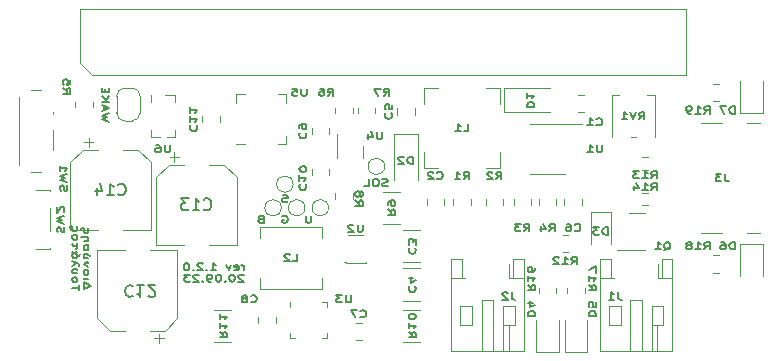
<source format=gbr>
%TF.GenerationSoftware,KiCad,Pcbnew,7.0.7*%
%TF.CreationDate,2023-09-20T17:31:38+03:00*%
%TF.ProjectId,picoups,7069636f-7570-4732-9e6b-696361645f70,1.2.0*%
%TF.SameCoordinates,Original*%
%TF.FileFunction,Legend,Bot*%
%TF.FilePolarity,Positive*%
%FSLAX46Y46*%
G04 Gerber Fmt 4.6, Leading zero omitted, Abs format (unit mm)*
G04 Created by KiCad (PCBNEW 7.0.7) date 2023-09-20 17:31:38*
%MOMM*%
%LPD*%
G01*
G04 APERTURE LIST*
%ADD10C,0.150000*%
%ADD11C,0.120000*%
G04 APERTURE END LIST*
D10*
X98213228Y-116359524D02*
X98813228Y-116092857D01*
X98813228Y-116092857D02*
X98213228Y-115826191D01*
X98213228Y-115826191D02*
X98213228Y-116359524D01*
X98613228Y-115559524D02*
X98298942Y-115559524D01*
X98298942Y-115559524D02*
X98241800Y-115521429D01*
X98241800Y-115521429D02*
X98213228Y-115445239D01*
X98213228Y-115026191D02*
X98241800Y-115102381D01*
X98241800Y-115102381D02*
X98270371Y-115140476D01*
X98270371Y-115140476D02*
X98327514Y-115178572D01*
X98327514Y-115178572D02*
X98498942Y-115178572D01*
X98498942Y-115178572D02*
X98556085Y-115140476D01*
X98556085Y-115140476D02*
X98584657Y-115102381D01*
X98584657Y-115102381D02*
X98613228Y-115026191D01*
X98613228Y-115026191D02*
X98613228Y-114911905D01*
X98613228Y-114911905D02*
X98584657Y-114835714D01*
X98584657Y-114835714D02*
X98556085Y-114797619D01*
X98556085Y-114797619D02*
X98498942Y-114759524D01*
X98498942Y-114759524D02*
X98327514Y-114759524D01*
X98327514Y-114759524D02*
X98270371Y-114797619D01*
X98270371Y-114797619D02*
X98241800Y-114835714D01*
X98241800Y-114835714D02*
X98213228Y-114911905D01*
X98213228Y-114911905D02*
X98213228Y-115026191D01*
X98613228Y-114492857D02*
X98213228Y-114302381D01*
X98213228Y-114302381D02*
X98527514Y-114111904D01*
X98527514Y-114111904D02*
X98556085Y-114111904D01*
X98556085Y-114111904D02*
X98613228Y-114150000D01*
X98613228Y-113769047D02*
X98298942Y-113769047D01*
X98298942Y-113769047D02*
X98241800Y-113730952D01*
X98241800Y-113730952D02*
X98213228Y-113654762D01*
X98213228Y-113654762D02*
X98213228Y-113540476D01*
X98213228Y-113540476D02*
X98241800Y-113464285D01*
X98241800Y-113464285D02*
X98270371Y-113426190D01*
X98270371Y-113426190D02*
X98327514Y-113388095D01*
X98327514Y-113388095D02*
X98527514Y-113388095D01*
X98527514Y-113388095D02*
X98584657Y-113426190D01*
X98584657Y-113426190D02*
X98613228Y-113464285D01*
X98841800Y-113502381D02*
X98756085Y-113616666D01*
X98613228Y-112588094D02*
X98613228Y-112930952D01*
X98613228Y-112930952D02*
X98584657Y-113007142D01*
X98584657Y-113007142D02*
X98556085Y-113045237D01*
X98556085Y-113045237D02*
X98498942Y-113083333D01*
X98498942Y-113083333D02*
X98327514Y-113083333D01*
X98327514Y-113083333D02*
X98270371Y-113045237D01*
X98270371Y-113045237D02*
X98241800Y-113007142D01*
X98241800Y-113007142D02*
X98213228Y-112930952D01*
X98213228Y-112930952D02*
X98213228Y-112816666D01*
X98213228Y-112816666D02*
X98241800Y-112740475D01*
X98241800Y-112740475D02*
X98270371Y-112702380D01*
X98270371Y-112702380D02*
X98327514Y-112664285D01*
X98327514Y-112664285D02*
X98498942Y-112664285D01*
X98498942Y-112664285D02*
X98556085Y-112702380D01*
X98556085Y-112702380D02*
X98584657Y-112740475D01*
X98584657Y-112740475D02*
X98613228Y-112816666D01*
X98613228Y-112283332D02*
X98213228Y-112283332D01*
X98556085Y-112283332D02*
X98584657Y-112245237D01*
X98584657Y-112245237D02*
X98613228Y-112169047D01*
X98613228Y-112169047D02*
X98613228Y-112054761D01*
X98613228Y-112054761D02*
X98584657Y-111978570D01*
X98584657Y-111978570D02*
X98527514Y-111940475D01*
X98527514Y-111940475D02*
X98013228Y-111940475D01*
X98584657Y-111216665D02*
X98613228Y-111292856D01*
X98613228Y-111292856D02*
X98613228Y-111445237D01*
X98613228Y-111445237D02*
X98584657Y-111521427D01*
X98584657Y-111521427D02*
X98556085Y-111559522D01*
X98556085Y-111559522D02*
X98498942Y-111597618D01*
X98498942Y-111597618D02*
X98327514Y-111597618D01*
X98327514Y-111597618D02*
X98270371Y-111559522D01*
X98270371Y-111559522D02*
X98241800Y-111521427D01*
X98241800Y-111521427D02*
X98213228Y-111445237D01*
X98213228Y-111445237D02*
X98213228Y-111330951D01*
X98213228Y-111330951D02*
X98184657Y-111254760D01*
X98184657Y-111254760D02*
X98127514Y-111216665D01*
X98127514Y-111216665D02*
X98098942Y-111216665D01*
X98098942Y-111216665D02*
X98041800Y-111254760D01*
X98041800Y-111254760D02*
X98013228Y-111330951D01*
X97847228Y-116492857D02*
X97847228Y-116035714D01*
X97247228Y-116264286D02*
X97847228Y-116264286D01*
X97247228Y-115654762D02*
X97275800Y-115730952D01*
X97275800Y-115730952D02*
X97304371Y-115769047D01*
X97304371Y-115769047D02*
X97361514Y-115807143D01*
X97361514Y-115807143D02*
X97532942Y-115807143D01*
X97532942Y-115807143D02*
X97590085Y-115769047D01*
X97590085Y-115769047D02*
X97618657Y-115730952D01*
X97618657Y-115730952D02*
X97647228Y-115654762D01*
X97647228Y-115654762D02*
X97647228Y-115540476D01*
X97647228Y-115540476D02*
X97618657Y-115464285D01*
X97618657Y-115464285D02*
X97590085Y-115426190D01*
X97590085Y-115426190D02*
X97532942Y-115388095D01*
X97532942Y-115388095D02*
X97361514Y-115388095D01*
X97361514Y-115388095D02*
X97304371Y-115426190D01*
X97304371Y-115426190D02*
X97275800Y-115464285D01*
X97275800Y-115464285D02*
X97247228Y-115540476D01*
X97247228Y-115540476D02*
X97247228Y-115654762D01*
X97647228Y-115045237D02*
X97332942Y-115045237D01*
X97332942Y-115045237D02*
X97275800Y-115007142D01*
X97275800Y-115007142D02*
X97247228Y-114930952D01*
X97247228Y-114930952D02*
X97247228Y-114816666D01*
X97247228Y-114816666D02*
X97275800Y-114740475D01*
X97275800Y-114740475D02*
X97304371Y-114702380D01*
X97304371Y-114702380D02*
X97361514Y-114664285D01*
X97361514Y-114664285D02*
X97561514Y-114664285D01*
X97561514Y-114664285D02*
X97618657Y-114702380D01*
X97618657Y-114702380D02*
X97647228Y-114740475D01*
X97647228Y-114207142D02*
X97247228Y-114397618D01*
X97847228Y-114397618D02*
X97847228Y-114321427D01*
X97847228Y-114321427D02*
X97818657Y-114283332D01*
X97818657Y-114283332D02*
X97647228Y-114207142D01*
X97647228Y-114207142D02*
X97247228Y-114016665D01*
X97647228Y-113254760D02*
X97361514Y-113369046D01*
X97361514Y-113369046D02*
X97304371Y-113407141D01*
X97304371Y-113407141D02*
X97275800Y-113445237D01*
X97275800Y-113445237D02*
X97247228Y-113521427D01*
X97247228Y-113521427D02*
X97247228Y-113597618D01*
X97247228Y-113597618D02*
X97275800Y-113673808D01*
X97275800Y-113673808D02*
X97304371Y-113711903D01*
X97304371Y-113711903D02*
X97390085Y-113749999D01*
X97390085Y-113749999D02*
X97504371Y-113749999D01*
X97504371Y-113749999D02*
X97590085Y-113711903D01*
X97590085Y-113711903D02*
X97618657Y-113673808D01*
X97618657Y-113673808D02*
X97647228Y-113597618D01*
X97647228Y-113597618D02*
X97647228Y-113521427D01*
X97647228Y-113521427D02*
X97618657Y-113445237D01*
X97618657Y-113445237D02*
X97590085Y-113407141D01*
X97590085Y-113407141D02*
X97532942Y-113369046D01*
X97532942Y-113369046D02*
X97332942Y-113330951D01*
X97332942Y-113330951D02*
X97275800Y-113292856D01*
X97275800Y-113292856D02*
X97247228Y-113216665D01*
X97875800Y-113445237D02*
X97790085Y-113559522D01*
X97561514Y-112949999D02*
X97618657Y-112911903D01*
X97618657Y-112911903D02*
X97647228Y-112835713D01*
X97647228Y-112835713D02*
X97647228Y-112492856D01*
X97647228Y-112721427D02*
X97332942Y-112721427D01*
X97332942Y-112721427D02*
X97275800Y-112683332D01*
X97275800Y-112683332D02*
X97247228Y-112607141D01*
X97247228Y-112035713D02*
X97275800Y-112111903D01*
X97275800Y-112111903D02*
X97304371Y-112149998D01*
X97304371Y-112149998D02*
X97361514Y-112188094D01*
X97361514Y-112188094D02*
X97532942Y-112188094D01*
X97532942Y-112188094D02*
X97590085Y-112149998D01*
X97590085Y-112149998D02*
X97618657Y-112111903D01*
X97618657Y-112111903D02*
X97647228Y-112035713D01*
X97647228Y-112035713D02*
X97647228Y-111921427D01*
X97647228Y-111921427D02*
X97618657Y-111845236D01*
X97618657Y-111845236D02*
X97590085Y-111807141D01*
X97590085Y-111807141D02*
X97532942Y-111769046D01*
X97532942Y-111769046D02*
X97361514Y-111769046D01*
X97361514Y-111769046D02*
X97304371Y-111807141D01*
X97304371Y-111807141D02*
X97275800Y-111845236D01*
X97275800Y-111845236D02*
X97247228Y-111921427D01*
X97247228Y-111921427D02*
X97247228Y-112035713D01*
X97618657Y-111083331D02*
X97647228Y-111159522D01*
X97647228Y-111159522D02*
X97647228Y-111311903D01*
X97647228Y-111311903D02*
X97618657Y-111388093D01*
X97618657Y-111388093D02*
X97590085Y-111426188D01*
X97590085Y-111426188D02*
X97532942Y-111464284D01*
X97532942Y-111464284D02*
X97361514Y-111464284D01*
X97361514Y-111464284D02*
X97304371Y-111426188D01*
X97304371Y-111426188D02*
X97275800Y-111388093D01*
X97275800Y-111388093D02*
X97247228Y-111311903D01*
X97247228Y-111311903D02*
X97247228Y-111197617D01*
X97247228Y-111197617D02*
X97218657Y-111121426D01*
X97218657Y-111121426D02*
X97161514Y-111083331D01*
X97161514Y-111083331D02*
X97132942Y-111083331D01*
X97132942Y-111083331D02*
X97075800Y-111121426D01*
X97075800Y-111121426D02*
X97047228Y-111197617D01*
X100330228Y-102197619D02*
X99730228Y-102007143D01*
X99730228Y-102007143D02*
X100158800Y-101854762D01*
X100158800Y-101854762D02*
X99730228Y-101702381D01*
X99730228Y-101702381D02*
X100330228Y-101511905D01*
X99901657Y-101245238D02*
X99901657Y-100864285D01*
X99730228Y-101321428D02*
X100330228Y-101054761D01*
X100330228Y-101054761D02*
X99730228Y-100788095D01*
X99730228Y-100521428D02*
X100330228Y-100521428D01*
X99730228Y-100064285D02*
X100073085Y-100407143D01*
X100330228Y-100064285D02*
X99987371Y-100521428D01*
X100044514Y-99721428D02*
X100044514Y-99454762D01*
X99730228Y-99340476D02*
X99730228Y-99721428D01*
X99730228Y-99721428D02*
X100330228Y-99721428D01*
X100330228Y-99721428D02*
X100330228Y-99340476D01*
X117478570Y-110169771D02*
X117478570Y-110655485D01*
X117478570Y-110655485D02*
X117440475Y-110712628D01*
X117440475Y-110712628D02*
X117402380Y-110741200D01*
X117402380Y-110741200D02*
X117326189Y-110769771D01*
X117326189Y-110769771D02*
X117173808Y-110769771D01*
X117173808Y-110769771D02*
X117097618Y-110741200D01*
X117097618Y-110741200D02*
X117059523Y-110712628D01*
X117059523Y-110712628D02*
X117021427Y-110655485D01*
X117021427Y-110655485D02*
X117021427Y-110169771D01*
X111783332Y-114786771D02*
X111783332Y-114386771D01*
X111783332Y-114501057D02*
X111745237Y-114443914D01*
X111745237Y-114443914D02*
X111707142Y-114415342D01*
X111707142Y-114415342D02*
X111630951Y-114386771D01*
X111630951Y-114386771D02*
X111554761Y-114386771D01*
X110983332Y-114758200D02*
X111059523Y-114786771D01*
X111059523Y-114786771D02*
X111211904Y-114786771D01*
X111211904Y-114786771D02*
X111288094Y-114758200D01*
X111288094Y-114758200D02*
X111326190Y-114701057D01*
X111326190Y-114701057D02*
X111326190Y-114472485D01*
X111326190Y-114472485D02*
X111288094Y-114415342D01*
X111288094Y-114415342D02*
X111211904Y-114386771D01*
X111211904Y-114386771D02*
X111059523Y-114386771D01*
X111059523Y-114386771D02*
X110983332Y-114415342D01*
X110983332Y-114415342D02*
X110945237Y-114472485D01*
X110945237Y-114472485D02*
X110945237Y-114529628D01*
X110945237Y-114529628D02*
X111326190Y-114586771D01*
X110678571Y-114386771D02*
X110488095Y-114786771D01*
X110488095Y-114786771D02*
X110297618Y-114386771D01*
X108964285Y-114786771D02*
X109421428Y-114786771D01*
X109192856Y-114786771D02*
X109192856Y-114186771D01*
X109192856Y-114186771D02*
X109269047Y-114272485D01*
X109269047Y-114272485D02*
X109345237Y-114329628D01*
X109345237Y-114329628D02*
X109421428Y-114358200D01*
X108621427Y-114729628D02*
X108583332Y-114758200D01*
X108583332Y-114758200D02*
X108621427Y-114786771D01*
X108621427Y-114786771D02*
X108659523Y-114758200D01*
X108659523Y-114758200D02*
X108621427Y-114729628D01*
X108621427Y-114729628D02*
X108621427Y-114786771D01*
X108278571Y-114243914D02*
X108240475Y-114215342D01*
X108240475Y-114215342D02*
X108164285Y-114186771D01*
X108164285Y-114186771D02*
X107973809Y-114186771D01*
X107973809Y-114186771D02*
X107897618Y-114215342D01*
X107897618Y-114215342D02*
X107859523Y-114243914D01*
X107859523Y-114243914D02*
X107821428Y-114301057D01*
X107821428Y-114301057D02*
X107821428Y-114358200D01*
X107821428Y-114358200D02*
X107859523Y-114443914D01*
X107859523Y-114443914D02*
X108316666Y-114786771D01*
X108316666Y-114786771D02*
X107821428Y-114786771D01*
X107478570Y-114729628D02*
X107440475Y-114758200D01*
X107440475Y-114758200D02*
X107478570Y-114786771D01*
X107478570Y-114786771D02*
X107516666Y-114758200D01*
X107516666Y-114758200D02*
X107478570Y-114729628D01*
X107478570Y-114729628D02*
X107478570Y-114786771D01*
X106945237Y-114186771D02*
X106869047Y-114186771D01*
X106869047Y-114186771D02*
X106792856Y-114215342D01*
X106792856Y-114215342D02*
X106754761Y-114243914D01*
X106754761Y-114243914D02*
X106716666Y-114301057D01*
X106716666Y-114301057D02*
X106678571Y-114415342D01*
X106678571Y-114415342D02*
X106678571Y-114558200D01*
X106678571Y-114558200D02*
X106716666Y-114672485D01*
X106716666Y-114672485D02*
X106754761Y-114729628D01*
X106754761Y-114729628D02*
X106792856Y-114758200D01*
X106792856Y-114758200D02*
X106869047Y-114786771D01*
X106869047Y-114786771D02*
X106945237Y-114786771D01*
X106945237Y-114786771D02*
X107021428Y-114758200D01*
X107021428Y-114758200D02*
X107059523Y-114729628D01*
X107059523Y-114729628D02*
X107097618Y-114672485D01*
X107097618Y-114672485D02*
X107135714Y-114558200D01*
X107135714Y-114558200D02*
X107135714Y-114415342D01*
X107135714Y-114415342D02*
X107097618Y-114301057D01*
X107097618Y-114301057D02*
X107059523Y-114243914D01*
X107059523Y-114243914D02*
X107021428Y-114215342D01*
X107021428Y-114215342D02*
X106945237Y-114186771D01*
X111764286Y-115209914D02*
X111726190Y-115181342D01*
X111726190Y-115181342D02*
X111650000Y-115152771D01*
X111650000Y-115152771D02*
X111459524Y-115152771D01*
X111459524Y-115152771D02*
X111383333Y-115181342D01*
X111383333Y-115181342D02*
X111345238Y-115209914D01*
X111345238Y-115209914D02*
X111307143Y-115267057D01*
X111307143Y-115267057D02*
X111307143Y-115324200D01*
X111307143Y-115324200D02*
X111345238Y-115409914D01*
X111345238Y-115409914D02*
X111802381Y-115752771D01*
X111802381Y-115752771D02*
X111307143Y-115752771D01*
X110811904Y-115152771D02*
X110735714Y-115152771D01*
X110735714Y-115152771D02*
X110659523Y-115181342D01*
X110659523Y-115181342D02*
X110621428Y-115209914D01*
X110621428Y-115209914D02*
X110583333Y-115267057D01*
X110583333Y-115267057D02*
X110545238Y-115381342D01*
X110545238Y-115381342D02*
X110545238Y-115524200D01*
X110545238Y-115524200D02*
X110583333Y-115638485D01*
X110583333Y-115638485D02*
X110621428Y-115695628D01*
X110621428Y-115695628D02*
X110659523Y-115724200D01*
X110659523Y-115724200D02*
X110735714Y-115752771D01*
X110735714Y-115752771D02*
X110811904Y-115752771D01*
X110811904Y-115752771D02*
X110888095Y-115724200D01*
X110888095Y-115724200D02*
X110926190Y-115695628D01*
X110926190Y-115695628D02*
X110964285Y-115638485D01*
X110964285Y-115638485D02*
X111002381Y-115524200D01*
X111002381Y-115524200D02*
X111002381Y-115381342D01*
X111002381Y-115381342D02*
X110964285Y-115267057D01*
X110964285Y-115267057D02*
X110926190Y-115209914D01*
X110926190Y-115209914D02*
X110888095Y-115181342D01*
X110888095Y-115181342D02*
X110811904Y-115152771D01*
X110202380Y-115695628D02*
X110164285Y-115724200D01*
X110164285Y-115724200D02*
X110202380Y-115752771D01*
X110202380Y-115752771D02*
X110240476Y-115724200D01*
X110240476Y-115724200D02*
X110202380Y-115695628D01*
X110202380Y-115695628D02*
X110202380Y-115752771D01*
X109669047Y-115152771D02*
X109592857Y-115152771D01*
X109592857Y-115152771D02*
X109516666Y-115181342D01*
X109516666Y-115181342D02*
X109478571Y-115209914D01*
X109478571Y-115209914D02*
X109440476Y-115267057D01*
X109440476Y-115267057D02*
X109402381Y-115381342D01*
X109402381Y-115381342D02*
X109402381Y-115524200D01*
X109402381Y-115524200D02*
X109440476Y-115638485D01*
X109440476Y-115638485D02*
X109478571Y-115695628D01*
X109478571Y-115695628D02*
X109516666Y-115724200D01*
X109516666Y-115724200D02*
X109592857Y-115752771D01*
X109592857Y-115752771D02*
X109669047Y-115752771D01*
X109669047Y-115752771D02*
X109745238Y-115724200D01*
X109745238Y-115724200D02*
X109783333Y-115695628D01*
X109783333Y-115695628D02*
X109821428Y-115638485D01*
X109821428Y-115638485D02*
X109859524Y-115524200D01*
X109859524Y-115524200D02*
X109859524Y-115381342D01*
X109859524Y-115381342D02*
X109821428Y-115267057D01*
X109821428Y-115267057D02*
X109783333Y-115209914D01*
X109783333Y-115209914D02*
X109745238Y-115181342D01*
X109745238Y-115181342D02*
X109669047Y-115152771D01*
X109021428Y-115752771D02*
X108869047Y-115752771D01*
X108869047Y-115752771D02*
X108792857Y-115724200D01*
X108792857Y-115724200D02*
X108754761Y-115695628D01*
X108754761Y-115695628D02*
X108678571Y-115609914D01*
X108678571Y-115609914D02*
X108640476Y-115495628D01*
X108640476Y-115495628D02*
X108640476Y-115267057D01*
X108640476Y-115267057D02*
X108678571Y-115209914D01*
X108678571Y-115209914D02*
X108716666Y-115181342D01*
X108716666Y-115181342D02*
X108792857Y-115152771D01*
X108792857Y-115152771D02*
X108945238Y-115152771D01*
X108945238Y-115152771D02*
X109021428Y-115181342D01*
X109021428Y-115181342D02*
X109059523Y-115209914D01*
X109059523Y-115209914D02*
X109097619Y-115267057D01*
X109097619Y-115267057D02*
X109097619Y-115409914D01*
X109097619Y-115409914D02*
X109059523Y-115467057D01*
X109059523Y-115467057D02*
X109021428Y-115495628D01*
X109021428Y-115495628D02*
X108945238Y-115524200D01*
X108945238Y-115524200D02*
X108792857Y-115524200D01*
X108792857Y-115524200D02*
X108716666Y-115495628D01*
X108716666Y-115495628D02*
X108678571Y-115467057D01*
X108678571Y-115467057D02*
X108640476Y-115409914D01*
X108297618Y-115695628D02*
X108259523Y-115724200D01*
X108259523Y-115724200D02*
X108297618Y-115752771D01*
X108297618Y-115752771D02*
X108335714Y-115724200D01*
X108335714Y-115724200D02*
X108297618Y-115695628D01*
X108297618Y-115695628D02*
X108297618Y-115752771D01*
X107954762Y-115209914D02*
X107916666Y-115181342D01*
X107916666Y-115181342D02*
X107840476Y-115152771D01*
X107840476Y-115152771D02*
X107650000Y-115152771D01*
X107650000Y-115152771D02*
X107573809Y-115181342D01*
X107573809Y-115181342D02*
X107535714Y-115209914D01*
X107535714Y-115209914D02*
X107497619Y-115267057D01*
X107497619Y-115267057D02*
X107497619Y-115324200D01*
X107497619Y-115324200D02*
X107535714Y-115409914D01*
X107535714Y-115409914D02*
X107992857Y-115752771D01*
X107992857Y-115752771D02*
X107497619Y-115752771D01*
X107230952Y-115152771D02*
X106735714Y-115152771D01*
X106735714Y-115152771D02*
X107002380Y-115381342D01*
X107002380Y-115381342D02*
X106888095Y-115381342D01*
X106888095Y-115381342D02*
X106811904Y-115409914D01*
X106811904Y-115409914D02*
X106773809Y-115438485D01*
X106773809Y-115438485D02*
X106735714Y-115495628D01*
X106735714Y-115495628D02*
X106735714Y-115638485D01*
X106735714Y-115638485D02*
X106773809Y-115695628D01*
X106773809Y-115695628D02*
X106811904Y-115724200D01*
X106811904Y-115724200D02*
X106888095Y-115752771D01*
X106888095Y-115752771D02*
X107116666Y-115752771D01*
X107116666Y-115752771D02*
X107192857Y-115724200D01*
X107192857Y-115724200D02*
X107230952Y-115695628D01*
X113192857Y-110455485D02*
X113078571Y-110484057D01*
X113078571Y-110484057D02*
X113040476Y-110512628D01*
X113040476Y-110512628D02*
X113002380Y-110569771D01*
X113002380Y-110569771D02*
X113002380Y-110655485D01*
X113002380Y-110655485D02*
X113040476Y-110712628D01*
X113040476Y-110712628D02*
X113078571Y-110741200D01*
X113078571Y-110741200D02*
X113154761Y-110769771D01*
X113154761Y-110769771D02*
X113459523Y-110769771D01*
X113459523Y-110769771D02*
X113459523Y-110169771D01*
X113459523Y-110169771D02*
X113192857Y-110169771D01*
X113192857Y-110169771D02*
X113116666Y-110198342D01*
X113116666Y-110198342D02*
X113078571Y-110226914D01*
X113078571Y-110226914D02*
X113040476Y-110284057D01*
X113040476Y-110284057D02*
X113040476Y-110341200D01*
X113040476Y-110341200D02*
X113078571Y-110398342D01*
X113078571Y-110398342D02*
X113116666Y-110426914D01*
X113116666Y-110426914D02*
X113192857Y-110455485D01*
X113192857Y-110455485D02*
X113459523Y-110455485D01*
X115059523Y-108419771D02*
X115440475Y-108419771D01*
X115440475Y-108419771D02*
X115478571Y-108705485D01*
X115478571Y-108705485D02*
X115440475Y-108676914D01*
X115440475Y-108676914D02*
X115364285Y-108648342D01*
X115364285Y-108648342D02*
X115173809Y-108648342D01*
X115173809Y-108648342D02*
X115097618Y-108676914D01*
X115097618Y-108676914D02*
X115059523Y-108705485D01*
X115059523Y-108705485D02*
X115021428Y-108762628D01*
X115021428Y-108762628D02*
X115021428Y-108905485D01*
X115021428Y-108905485D02*
X115059523Y-108962628D01*
X115059523Y-108962628D02*
X115097618Y-108991200D01*
X115097618Y-108991200D02*
X115173809Y-109019771D01*
X115173809Y-109019771D02*
X115364285Y-109019771D01*
X115364285Y-109019771D02*
X115440475Y-108991200D01*
X115440475Y-108991200D02*
X115478571Y-108962628D01*
X123971428Y-107640200D02*
X123857142Y-107668771D01*
X123857142Y-107668771D02*
X123666666Y-107668771D01*
X123666666Y-107668771D02*
X123590475Y-107640200D01*
X123590475Y-107640200D02*
X123552380Y-107611628D01*
X123552380Y-107611628D02*
X123514285Y-107554485D01*
X123514285Y-107554485D02*
X123514285Y-107497342D01*
X123514285Y-107497342D02*
X123552380Y-107440200D01*
X123552380Y-107440200D02*
X123590475Y-107411628D01*
X123590475Y-107411628D02*
X123666666Y-107383057D01*
X123666666Y-107383057D02*
X123819047Y-107354485D01*
X123819047Y-107354485D02*
X123895237Y-107325914D01*
X123895237Y-107325914D02*
X123933332Y-107297342D01*
X123933332Y-107297342D02*
X123971428Y-107240200D01*
X123971428Y-107240200D02*
X123971428Y-107183057D01*
X123971428Y-107183057D02*
X123933332Y-107125914D01*
X123933332Y-107125914D02*
X123895237Y-107097342D01*
X123895237Y-107097342D02*
X123819047Y-107068771D01*
X123819047Y-107068771D02*
X123628570Y-107068771D01*
X123628570Y-107068771D02*
X123514285Y-107097342D01*
X123019046Y-107068771D02*
X122866665Y-107068771D01*
X122866665Y-107068771D02*
X122790475Y-107097342D01*
X122790475Y-107097342D02*
X122714284Y-107154485D01*
X122714284Y-107154485D02*
X122676189Y-107268771D01*
X122676189Y-107268771D02*
X122676189Y-107468771D01*
X122676189Y-107468771D02*
X122714284Y-107583057D01*
X122714284Y-107583057D02*
X122790475Y-107640200D01*
X122790475Y-107640200D02*
X122866665Y-107668771D01*
X122866665Y-107668771D02*
X123019046Y-107668771D01*
X123019046Y-107668771D02*
X123095237Y-107640200D01*
X123095237Y-107640200D02*
X123171427Y-107583057D01*
X123171427Y-107583057D02*
X123209523Y-107468771D01*
X123209523Y-107468771D02*
X123209523Y-107268771D01*
X123209523Y-107268771D02*
X123171427Y-107154485D01*
X123171427Y-107154485D02*
X123095237Y-107097342D01*
X123095237Y-107097342D02*
X123019046Y-107068771D01*
X121952380Y-107668771D02*
X122333332Y-107668771D01*
X122333332Y-107668771D02*
X122333332Y-107068771D01*
X115040476Y-110198342D02*
X115116666Y-110169771D01*
X115116666Y-110169771D02*
X115230952Y-110169771D01*
X115230952Y-110169771D02*
X115345238Y-110198342D01*
X115345238Y-110198342D02*
X115421428Y-110255485D01*
X115421428Y-110255485D02*
X115459523Y-110312628D01*
X115459523Y-110312628D02*
X115497619Y-110426914D01*
X115497619Y-110426914D02*
X115497619Y-110512628D01*
X115497619Y-110512628D02*
X115459523Y-110626914D01*
X115459523Y-110626914D02*
X115421428Y-110684057D01*
X115421428Y-110684057D02*
X115345238Y-110741200D01*
X115345238Y-110741200D02*
X115230952Y-110769771D01*
X115230952Y-110769771D02*
X115154761Y-110769771D01*
X115154761Y-110769771D02*
X115040476Y-110741200D01*
X115040476Y-110741200D02*
X115002380Y-110712628D01*
X115002380Y-110712628D02*
X115002380Y-110512628D01*
X115002380Y-110512628D02*
X115154761Y-110512628D01*
X121859523Y-110919771D02*
X121859523Y-111405485D01*
X121859523Y-111405485D02*
X121821428Y-111462628D01*
X121821428Y-111462628D02*
X121783333Y-111491200D01*
X121783333Y-111491200D02*
X121707142Y-111519771D01*
X121707142Y-111519771D02*
X121554761Y-111519771D01*
X121554761Y-111519771D02*
X121478571Y-111491200D01*
X121478571Y-111491200D02*
X121440476Y-111462628D01*
X121440476Y-111462628D02*
X121402380Y-111405485D01*
X121402380Y-111405485D02*
X121402380Y-110919771D01*
X121059524Y-110976914D02*
X121021428Y-110948342D01*
X121021428Y-110948342D02*
X120945238Y-110919771D01*
X120945238Y-110919771D02*
X120754762Y-110919771D01*
X120754762Y-110919771D02*
X120678571Y-110948342D01*
X120678571Y-110948342D02*
X120640476Y-110976914D01*
X120640476Y-110976914D02*
X120602381Y-111034057D01*
X120602381Y-111034057D02*
X120602381Y-111091200D01*
X120602381Y-111091200D02*
X120640476Y-111176914D01*
X120640476Y-111176914D02*
X121097619Y-111519771D01*
X121097619Y-111519771D02*
X120602381Y-111519771D01*
X128133332Y-107012628D02*
X128171428Y-107041200D01*
X128171428Y-107041200D02*
X128285713Y-107069771D01*
X128285713Y-107069771D02*
X128361904Y-107069771D01*
X128361904Y-107069771D02*
X128476190Y-107041200D01*
X128476190Y-107041200D02*
X128552380Y-106984057D01*
X128552380Y-106984057D02*
X128590475Y-106926914D01*
X128590475Y-106926914D02*
X128628571Y-106812628D01*
X128628571Y-106812628D02*
X128628571Y-106726914D01*
X128628571Y-106726914D02*
X128590475Y-106612628D01*
X128590475Y-106612628D02*
X128552380Y-106555485D01*
X128552380Y-106555485D02*
X128476190Y-106498342D01*
X128476190Y-106498342D02*
X128361904Y-106469771D01*
X128361904Y-106469771D02*
X128285713Y-106469771D01*
X128285713Y-106469771D02*
X128171428Y-106498342D01*
X128171428Y-106498342D02*
X128133332Y-106526914D01*
X127828571Y-106526914D02*
X127790475Y-106498342D01*
X127790475Y-106498342D02*
X127714285Y-106469771D01*
X127714285Y-106469771D02*
X127523809Y-106469771D01*
X127523809Y-106469771D02*
X127447618Y-106498342D01*
X127447618Y-106498342D02*
X127409523Y-106526914D01*
X127409523Y-106526914D02*
X127371428Y-106584057D01*
X127371428Y-106584057D02*
X127371428Y-106641200D01*
X127371428Y-106641200D02*
X127409523Y-106726914D01*
X127409523Y-106726914D02*
X127866666Y-107069771D01*
X127866666Y-107069771D02*
X127371428Y-107069771D01*
X130383333Y-103019771D02*
X130764285Y-103019771D01*
X130764285Y-103019771D02*
X130764285Y-102419771D01*
X129697619Y-103019771D02*
X130154762Y-103019771D01*
X129926190Y-103019771D02*
X129926190Y-102419771D01*
X129926190Y-102419771D02*
X130002381Y-102505485D01*
X130002381Y-102505485D02*
X130078571Y-102562628D01*
X130078571Y-102562628D02*
X130154762Y-102591200D01*
X140980228Y-118690475D02*
X141580228Y-118690475D01*
X141580228Y-118690475D02*
X141580228Y-118499999D01*
X141580228Y-118499999D02*
X141551657Y-118385713D01*
X141551657Y-118385713D02*
X141494514Y-118309523D01*
X141494514Y-118309523D02*
X141437371Y-118271428D01*
X141437371Y-118271428D02*
X141323085Y-118233332D01*
X141323085Y-118233332D02*
X141237371Y-118233332D01*
X141237371Y-118233332D02*
X141123085Y-118271428D01*
X141123085Y-118271428D02*
X141065942Y-118309523D01*
X141065942Y-118309523D02*
X141008800Y-118385713D01*
X141008800Y-118385713D02*
X140980228Y-118499999D01*
X140980228Y-118499999D02*
X140980228Y-118690475D01*
X141580228Y-117509523D02*
X141580228Y-117890475D01*
X141580228Y-117890475D02*
X141294514Y-117928571D01*
X141294514Y-117928571D02*
X141323085Y-117890475D01*
X141323085Y-117890475D02*
X141351657Y-117814285D01*
X141351657Y-117814285D02*
X141351657Y-117623809D01*
X141351657Y-117623809D02*
X141323085Y-117547618D01*
X141323085Y-117547618D02*
X141294514Y-117509523D01*
X141294514Y-117509523D02*
X141237371Y-117471428D01*
X141237371Y-117471428D02*
X141094514Y-117471428D01*
X141094514Y-117471428D02*
X141037371Y-117509523D01*
X141037371Y-117509523D02*
X141008800Y-117547618D01*
X141008800Y-117547618D02*
X140980228Y-117623809D01*
X140980228Y-117623809D02*
X140980228Y-117814285D01*
X140980228Y-117814285D02*
X141008800Y-117890475D01*
X141008800Y-117890475D02*
X141037371Y-117928571D01*
X96480228Y-99383332D02*
X96765942Y-99649999D01*
X96480228Y-99840475D02*
X97080228Y-99840475D01*
X97080228Y-99840475D02*
X97080228Y-99535713D01*
X97080228Y-99535713D02*
X97051657Y-99459523D01*
X97051657Y-99459523D02*
X97023085Y-99421428D01*
X97023085Y-99421428D02*
X96965942Y-99383332D01*
X96965942Y-99383332D02*
X96880228Y-99383332D01*
X96880228Y-99383332D02*
X96823085Y-99421428D01*
X96823085Y-99421428D02*
X96794514Y-99459523D01*
X96794514Y-99459523D02*
X96765942Y-99535713D01*
X96765942Y-99535713D02*
X96765942Y-99840475D01*
X97080228Y-98659523D02*
X97080228Y-99040475D01*
X97080228Y-99040475D02*
X96794514Y-99078571D01*
X96794514Y-99078571D02*
X96823085Y-99040475D01*
X96823085Y-99040475D02*
X96851657Y-98964285D01*
X96851657Y-98964285D02*
X96851657Y-98773809D01*
X96851657Y-98773809D02*
X96823085Y-98697618D01*
X96823085Y-98697618D02*
X96794514Y-98659523D01*
X96794514Y-98659523D02*
X96737371Y-98621428D01*
X96737371Y-98621428D02*
X96594514Y-98621428D01*
X96594514Y-98621428D02*
X96537371Y-98659523D01*
X96537371Y-98659523D02*
X96508800Y-98697618D01*
X96508800Y-98697618D02*
X96480228Y-98773809D01*
X96480228Y-98773809D02*
X96480228Y-98964285D01*
X96480228Y-98964285D02*
X96508800Y-99040475D01*
X96508800Y-99040475D02*
X96537371Y-99078571D01*
X142109523Y-104169771D02*
X142109523Y-104655485D01*
X142109523Y-104655485D02*
X142071428Y-104712628D01*
X142071428Y-104712628D02*
X142033333Y-104741200D01*
X142033333Y-104741200D02*
X141957142Y-104769771D01*
X141957142Y-104769771D02*
X141804761Y-104769771D01*
X141804761Y-104769771D02*
X141728571Y-104741200D01*
X141728571Y-104741200D02*
X141690476Y-104712628D01*
X141690476Y-104712628D02*
X141652380Y-104655485D01*
X141652380Y-104655485D02*
X141652380Y-104169771D01*
X140852381Y-104769771D02*
X141309524Y-104769771D01*
X141080952Y-104769771D02*
X141080952Y-104169771D01*
X141080952Y-104169771D02*
X141157143Y-104255485D01*
X141157143Y-104255485D02*
X141233333Y-104312628D01*
X141233333Y-104312628D02*
X141309524Y-104341200D01*
X145226189Y-102019771D02*
X145492856Y-101734057D01*
X145683332Y-102019771D02*
X145683332Y-101419771D01*
X145683332Y-101419771D02*
X145378570Y-101419771D01*
X145378570Y-101419771D02*
X145302380Y-101448342D01*
X145302380Y-101448342D02*
X145264285Y-101476914D01*
X145264285Y-101476914D02*
X145226189Y-101534057D01*
X145226189Y-101534057D02*
X145226189Y-101619771D01*
X145226189Y-101619771D02*
X145264285Y-101676914D01*
X145264285Y-101676914D02*
X145302380Y-101705485D01*
X145302380Y-101705485D02*
X145378570Y-101734057D01*
X145378570Y-101734057D02*
X145683332Y-101734057D01*
X144997618Y-101419771D02*
X144730951Y-102019771D01*
X144730951Y-102019771D02*
X144464285Y-101419771D01*
X143778571Y-102019771D02*
X144235714Y-102019771D01*
X144007142Y-102019771D02*
X144007142Y-101419771D01*
X144007142Y-101419771D02*
X144083333Y-101505485D01*
X144083333Y-101505485D02*
X144159523Y-101562628D01*
X144159523Y-101562628D02*
X144235714Y-101591200D01*
X125787371Y-112883332D02*
X125758800Y-112921428D01*
X125758800Y-112921428D02*
X125730228Y-113035713D01*
X125730228Y-113035713D02*
X125730228Y-113111904D01*
X125730228Y-113111904D02*
X125758800Y-113226190D01*
X125758800Y-113226190D02*
X125815942Y-113302380D01*
X125815942Y-113302380D02*
X125873085Y-113340475D01*
X125873085Y-113340475D02*
X125987371Y-113378571D01*
X125987371Y-113378571D02*
X126073085Y-113378571D01*
X126073085Y-113378571D02*
X126187371Y-113340475D01*
X126187371Y-113340475D02*
X126244514Y-113302380D01*
X126244514Y-113302380D02*
X126301657Y-113226190D01*
X126301657Y-113226190D02*
X126330228Y-113111904D01*
X126330228Y-113111904D02*
X126330228Y-113035713D01*
X126330228Y-113035713D02*
X126301657Y-112921428D01*
X126301657Y-112921428D02*
X126273085Y-112883332D01*
X126330228Y-112616666D02*
X126330228Y-112121428D01*
X126330228Y-112121428D02*
X126101657Y-112388094D01*
X126101657Y-112388094D02*
X126101657Y-112273809D01*
X126101657Y-112273809D02*
X126073085Y-112197618D01*
X126073085Y-112197618D02*
X126044514Y-112159523D01*
X126044514Y-112159523D02*
X125987371Y-112121428D01*
X125987371Y-112121428D02*
X125844514Y-112121428D01*
X125844514Y-112121428D02*
X125787371Y-112159523D01*
X125787371Y-112159523D02*
X125758800Y-112197618D01*
X125758800Y-112197618D02*
X125730228Y-112273809D01*
X125730228Y-112273809D02*
X125730228Y-112502380D01*
X125730228Y-112502380D02*
X125758800Y-112578571D01*
X125758800Y-112578571D02*
X125787371Y-112616666D01*
X139514285Y-114269771D02*
X139780952Y-113984057D01*
X139971428Y-114269771D02*
X139971428Y-113669771D01*
X139971428Y-113669771D02*
X139666666Y-113669771D01*
X139666666Y-113669771D02*
X139590476Y-113698342D01*
X139590476Y-113698342D02*
X139552381Y-113726914D01*
X139552381Y-113726914D02*
X139514285Y-113784057D01*
X139514285Y-113784057D02*
X139514285Y-113869771D01*
X139514285Y-113869771D02*
X139552381Y-113926914D01*
X139552381Y-113926914D02*
X139590476Y-113955485D01*
X139590476Y-113955485D02*
X139666666Y-113984057D01*
X139666666Y-113984057D02*
X139971428Y-113984057D01*
X138752381Y-114269771D02*
X139209524Y-114269771D01*
X138980952Y-114269771D02*
X138980952Y-113669771D01*
X138980952Y-113669771D02*
X139057143Y-113755485D01*
X139057143Y-113755485D02*
X139133333Y-113812628D01*
X139133333Y-113812628D02*
X139209524Y-113841200D01*
X138447619Y-113726914D02*
X138409523Y-113698342D01*
X138409523Y-113698342D02*
X138333333Y-113669771D01*
X138333333Y-113669771D02*
X138142857Y-113669771D01*
X138142857Y-113669771D02*
X138066666Y-113698342D01*
X138066666Y-113698342D02*
X138028571Y-113726914D01*
X138028571Y-113726914D02*
X137990476Y-113784057D01*
X137990476Y-113784057D02*
X137990476Y-113841200D01*
X137990476Y-113841200D02*
X138028571Y-113926914D01*
X138028571Y-113926914D02*
X138485714Y-114269771D01*
X138485714Y-114269771D02*
X137990476Y-114269771D01*
X108392857Y-109609580D02*
X108440476Y-109657200D01*
X108440476Y-109657200D02*
X108583333Y-109704819D01*
X108583333Y-109704819D02*
X108678571Y-109704819D01*
X108678571Y-109704819D02*
X108821428Y-109657200D01*
X108821428Y-109657200D02*
X108916666Y-109561961D01*
X108916666Y-109561961D02*
X108964285Y-109466723D01*
X108964285Y-109466723D02*
X109011904Y-109276247D01*
X109011904Y-109276247D02*
X109011904Y-109133390D01*
X109011904Y-109133390D02*
X108964285Y-108942914D01*
X108964285Y-108942914D02*
X108916666Y-108847676D01*
X108916666Y-108847676D02*
X108821428Y-108752438D01*
X108821428Y-108752438D02*
X108678571Y-108704819D01*
X108678571Y-108704819D02*
X108583333Y-108704819D01*
X108583333Y-108704819D02*
X108440476Y-108752438D01*
X108440476Y-108752438D02*
X108392857Y-108800057D01*
X107440476Y-109704819D02*
X108011904Y-109704819D01*
X107726190Y-109704819D02*
X107726190Y-108704819D01*
X107726190Y-108704819D02*
X107821428Y-108847676D01*
X107821428Y-108847676D02*
X107916666Y-108942914D01*
X107916666Y-108942914D02*
X108011904Y-108990533D01*
X107107142Y-108704819D02*
X106488095Y-108704819D01*
X106488095Y-108704819D02*
X106821428Y-109085771D01*
X106821428Y-109085771D02*
X106678571Y-109085771D01*
X106678571Y-109085771D02*
X106583333Y-109133390D01*
X106583333Y-109133390D02*
X106535714Y-109181009D01*
X106535714Y-109181009D02*
X106488095Y-109276247D01*
X106488095Y-109276247D02*
X106488095Y-109514342D01*
X106488095Y-109514342D02*
X106535714Y-109609580D01*
X106535714Y-109609580D02*
X106583333Y-109657200D01*
X106583333Y-109657200D02*
X106678571Y-109704819D01*
X106678571Y-109704819D02*
X106964285Y-109704819D01*
X106964285Y-109704819D02*
X107059523Y-109657200D01*
X107059523Y-109657200D02*
X107107142Y-109609580D01*
X117109523Y-99419771D02*
X117109523Y-99905485D01*
X117109523Y-99905485D02*
X117071428Y-99962628D01*
X117071428Y-99962628D02*
X117033333Y-99991200D01*
X117033333Y-99991200D02*
X116957142Y-100019771D01*
X116957142Y-100019771D02*
X116804761Y-100019771D01*
X116804761Y-100019771D02*
X116728571Y-99991200D01*
X116728571Y-99991200D02*
X116690476Y-99962628D01*
X116690476Y-99962628D02*
X116652380Y-99905485D01*
X116652380Y-99905485D02*
X116652380Y-99419771D01*
X115890476Y-99419771D02*
X116271428Y-99419771D01*
X116271428Y-99419771D02*
X116309524Y-99705485D01*
X116309524Y-99705485D02*
X116271428Y-99676914D01*
X116271428Y-99676914D02*
X116195238Y-99648342D01*
X116195238Y-99648342D02*
X116004762Y-99648342D01*
X116004762Y-99648342D02*
X115928571Y-99676914D01*
X115928571Y-99676914D02*
X115890476Y-99705485D01*
X115890476Y-99705485D02*
X115852381Y-99762628D01*
X115852381Y-99762628D02*
X115852381Y-99905485D01*
X115852381Y-99905485D02*
X115890476Y-99962628D01*
X115890476Y-99962628D02*
X115928571Y-99991200D01*
X115928571Y-99991200D02*
X116004762Y-100019771D01*
X116004762Y-100019771D02*
X116195238Y-100019771D01*
X116195238Y-100019771D02*
X116271428Y-99991200D01*
X116271428Y-99991200D02*
X116309524Y-99962628D01*
X116537371Y-107514285D02*
X116508800Y-107552381D01*
X116508800Y-107552381D02*
X116480228Y-107666666D01*
X116480228Y-107666666D02*
X116480228Y-107742857D01*
X116480228Y-107742857D02*
X116508800Y-107857143D01*
X116508800Y-107857143D02*
X116565942Y-107933333D01*
X116565942Y-107933333D02*
X116623085Y-107971428D01*
X116623085Y-107971428D02*
X116737371Y-108009524D01*
X116737371Y-108009524D02*
X116823085Y-108009524D01*
X116823085Y-108009524D02*
X116937371Y-107971428D01*
X116937371Y-107971428D02*
X116994514Y-107933333D01*
X116994514Y-107933333D02*
X117051657Y-107857143D01*
X117051657Y-107857143D02*
X117080228Y-107742857D01*
X117080228Y-107742857D02*
X117080228Y-107666666D01*
X117080228Y-107666666D02*
X117051657Y-107552381D01*
X117051657Y-107552381D02*
X117023085Y-107514285D01*
X116480228Y-106752381D02*
X116480228Y-107209524D01*
X116480228Y-106980952D02*
X117080228Y-106980952D01*
X117080228Y-106980952D02*
X116994514Y-107057143D01*
X116994514Y-107057143D02*
X116937371Y-107133333D01*
X116937371Y-107133333D02*
X116908800Y-107209524D01*
X117080228Y-106257142D02*
X117080228Y-106180952D01*
X117080228Y-106180952D02*
X117051657Y-106104761D01*
X117051657Y-106104761D02*
X117023085Y-106066666D01*
X117023085Y-106066666D02*
X116965942Y-106028571D01*
X116965942Y-106028571D02*
X116851657Y-105990476D01*
X116851657Y-105990476D02*
X116708800Y-105990476D01*
X116708800Y-105990476D02*
X116594514Y-106028571D01*
X116594514Y-106028571D02*
X116537371Y-106066666D01*
X116537371Y-106066666D02*
X116508800Y-106104761D01*
X116508800Y-106104761D02*
X116480228Y-106180952D01*
X116480228Y-106180952D02*
X116480228Y-106257142D01*
X116480228Y-106257142D02*
X116508800Y-106333333D01*
X116508800Y-106333333D02*
X116537371Y-106371428D01*
X116537371Y-106371428D02*
X116594514Y-106409523D01*
X116594514Y-106409523D02*
X116708800Y-106447619D01*
X116708800Y-106447619D02*
X116851657Y-106447619D01*
X116851657Y-106447619D02*
X116965942Y-106409523D01*
X116965942Y-106409523D02*
X117023085Y-106371428D01*
X117023085Y-106371428D02*
X117051657Y-106333333D01*
X117051657Y-106333333D02*
X117080228Y-106257142D01*
X146264285Y-107019771D02*
X146530952Y-106734057D01*
X146721428Y-107019771D02*
X146721428Y-106419771D01*
X146721428Y-106419771D02*
X146416666Y-106419771D01*
X146416666Y-106419771D02*
X146340476Y-106448342D01*
X146340476Y-106448342D02*
X146302381Y-106476914D01*
X146302381Y-106476914D02*
X146264285Y-106534057D01*
X146264285Y-106534057D02*
X146264285Y-106619771D01*
X146264285Y-106619771D02*
X146302381Y-106676914D01*
X146302381Y-106676914D02*
X146340476Y-106705485D01*
X146340476Y-106705485D02*
X146416666Y-106734057D01*
X146416666Y-106734057D02*
X146721428Y-106734057D01*
X145502381Y-107019771D02*
X145959524Y-107019771D01*
X145730952Y-107019771D02*
X145730952Y-106419771D01*
X145730952Y-106419771D02*
X145807143Y-106505485D01*
X145807143Y-106505485D02*
X145883333Y-106562628D01*
X145883333Y-106562628D02*
X145959524Y-106591200D01*
X145235714Y-106419771D02*
X144740476Y-106419771D01*
X144740476Y-106419771D02*
X145007142Y-106648342D01*
X145007142Y-106648342D02*
X144892857Y-106648342D01*
X144892857Y-106648342D02*
X144816666Y-106676914D01*
X144816666Y-106676914D02*
X144778571Y-106705485D01*
X144778571Y-106705485D02*
X144740476Y-106762628D01*
X144740476Y-106762628D02*
X144740476Y-106905485D01*
X144740476Y-106905485D02*
X144778571Y-106962628D01*
X144778571Y-106962628D02*
X144816666Y-106991200D01*
X144816666Y-106991200D02*
X144892857Y-107019771D01*
X144892857Y-107019771D02*
X145121428Y-107019771D01*
X145121428Y-107019771D02*
X145197619Y-106991200D01*
X145197619Y-106991200D02*
X145235714Y-106962628D01*
X112383332Y-117462628D02*
X112421428Y-117491200D01*
X112421428Y-117491200D02*
X112535713Y-117519771D01*
X112535713Y-117519771D02*
X112611904Y-117519771D01*
X112611904Y-117519771D02*
X112726190Y-117491200D01*
X112726190Y-117491200D02*
X112802380Y-117434057D01*
X112802380Y-117434057D02*
X112840475Y-117376914D01*
X112840475Y-117376914D02*
X112878571Y-117262628D01*
X112878571Y-117262628D02*
X112878571Y-117176914D01*
X112878571Y-117176914D02*
X112840475Y-117062628D01*
X112840475Y-117062628D02*
X112802380Y-117005485D01*
X112802380Y-117005485D02*
X112726190Y-116948342D01*
X112726190Y-116948342D02*
X112611904Y-116919771D01*
X112611904Y-116919771D02*
X112535713Y-116919771D01*
X112535713Y-116919771D02*
X112421428Y-116948342D01*
X112421428Y-116948342D02*
X112383332Y-116976914D01*
X111926190Y-117176914D02*
X112002380Y-117148342D01*
X112002380Y-117148342D02*
X112040475Y-117119771D01*
X112040475Y-117119771D02*
X112078571Y-117062628D01*
X112078571Y-117062628D02*
X112078571Y-117034057D01*
X112078571Y-117034057D02*
X112040475Y-116976914D01*
X112040475Y-116976914D02*
X112002380Y-116948342D01*
X112002380Y-116948342D02*
X111926190Y-116919771D01*
X111926190Y-116919771D02*
X111773809Y-116919771D01*
X111773809Y-116919771D02*
X111697618Y-116948342D01*
X111697618Y-116948342D02*
X111659523Y-116976914D01*
X111659523Y-116976914D02*
X111621428Y-117034057D01*
X111621428Y-117034057D02*
X111621428Y-117062628D01*
X111621428Y-117062628D02*
X111659523Y-117119771D01*
X111659523Y-117119771D02*
X111697618Y-117148342D01*
X111697618Y-117148342D02*
X111773809Y-117176914D01*
X111773809Y-117176914D02*
X111926190Y-117176914D01*
X111926190Y-117176914D02*
X112002380Y-117205485D01*
X112002380Y-117205485D02*
X112040475Y-117234057D01*
X112040475Y-117234057D02*
X112078571Y-117291200D01*
X112078571Y-117291200D02*
X112078571Y-117405485D01*
X112078571Y-117405485D02*
X112040475Y-117462628D01*
X112040475Y-117462628D02*
X112002380Y-117491200D01*
X112002380Y-117491200D02*
X111926190Y-117519771D01*
X111926190Y-117519771D02*
X111773809Y-117519771D01*
X111773809Y-117519771D02*
X111697618Y-117491200D01*
X111697618Y-117491200D02*
X111659523Y-117462628D01*
X111659523Y-117462628D02*
X111621428Y-117405485D01*
X111621428Y-117405485D02*
X111621428Y-117291200D01*
X111621428Y-117291200D02*
X111659523Y-117234057D01*
X111659523Y-117234057D02*
X111697618Y-117205485D01*
X111697618Y-117205485D02*
X111773809Y-117176914D01*
X153340475Y-101519771D02*
X153340475Y-100919771D01*
X153340475Y-100919771D02*
X153149999Y-100919771D01*
X153149999Y-100919771D02*
X153035713Y-100948342D01*
X153035713Y-100948342D02*
X152959523Y-101005485D01*
X152959523Y-101005485D02*
X152921428Y-101062628D01*
X152921428Y-101062628D02*
X152883332Y-101176914D01*
X152883332Y-101176914D02*
X152883332Y-101262628D01*
X152883332Y-101262628D02*
X152921428Y-101376914D01*
X152921428Y-101376914D02*
X152959523Y-101434057D01*
X152959523Y-101434057D02*
X153035713Y-101491200D01*
X153035713Y-101491200D02*
X153149999Y-101519771D01*
X153149999Y-101519771D02*
X153340475Y-101519771D01*
X152616666Y-100919771D02*
X152083332Y-100919771D01*
X152083332Y-100919771D02*
X152426190Y-101519771D01*
X123633332Y-100019771D02*
X123899999Y-99734057D01*
X124090475Y-100019771D02*
X124090475Y-99419771D01*
X124090475Y-99419771D02*
X123785713Y-99419771D01*
X123785713Y-99419771D02*
X123709523Y-99448342D01*
X123709523Y-99448342D02*
X123671428Y-99476914D01*
X123671428Y-99476914D02*
X123633332Y-99534057D01*
X123633332Y-99534057D02*
X123633332Y-99619771D01*
X123633332Y-99619771D02*
X123671428Y-99676914D01*
X123671428Y-99676914D02*
X123709523Y-99705485D01*
X123709523Y-99705485D02*
X123785713Y-99734057D01*
X123785713Y-99734057D02*
X124090475Y-99734057D01*
X123366666Y-99419771D02*
X122833332Y-99419771D01*
X122833332Y-99419771D02*
X123176190Y-100019771D01*
X141633332Y-102462628D02*
X141671428Y-102491200D01*
X141671428Y-102491200D02*
X141785713Y-102519771D01*
X141785713Y-102519771D02*
X141861904Y-102519771D01*
X141861904Y-102519771D02*
X141976190Y-102491200D01*
X141976190Y-102491200D02*
X142052380Y-102434057D01*
X142052380Y-102434057D02*
X142090475Y-102376914D01*
X142090475Y-102376914D02*
X142128571Y-102262628D01*
X142128571Y-102262628D02*
X142128571Y-102176914D01*
X142128571Y-102176914D02*
X142090475Y-102062628D01*
X142090475Y-102062628D02*
X142052380Y-102005485D01*
X142052380Y-102005485D02*
X141976190Y-101948342D01*
X141976190Y-101948342D02*
X141861904Y-101919771D01*
X141861904Y-101919771D02*
X141785713Y-101919771D01*
X141785713Y-101919771D02*
X141671428Y-101948342D01*
X141671428Y-101948342D02*
X141633332Y-101976914D01*
X140871428Y-102519771D02*
X141328571Y-102519771D01*
X141099999Y-102519771D02*
X141099999Y-101919771D01*
X141099999Y-101919771D02*
X141176190Y-102005485D01*
X141176190Y-102005485D02*
X141252380Y-102062628D01*
X141252380Y-102062628D02*
X141328571Y-102091200D01*
X135780228Y-100990475D02*
X136380228Y-100990475D01*
X136380228Y-100990475D02*
X136380228Y-100799999D01*
X136380228Y-100799999D02*
X136351657Y-100685713D01*
X136351657Y-100685713D02*
X136294514Y-100609523D01*
X136294514Y-100609523D02*
X136237371Y-100571428D01*
X136237371Y-100571428D02*
X136123085Y-100533332D01*
X136123085Y-100533332D02*
X136037371Y-100533332D01*
X136037371Y-100533332D02*
X135923085Y-100571428D01*
X135923085Y-100571428D02*
X135865942Y-100609523D01*
X135865942Y-100609523D02*
X135808800Y-100685713D01*
X135808800Y-100685713D02*
X135780228Y-100799999D01*
X135780228Y-100799999D02*
X135780228Y-100990475D01*
X135780228Y-99771428D02*
X135780228Y-100228571D01*
X135780228Y-99999999D02*
X136380228Y-99999999D01*
X136380228Y-99999999D02*
X136294514Y-100076190D01*
X136294514Y-100076190D02*
X136237371Y-100152380D01*
X136237371Y-100152380D02*
X136208800Y-100228571D01*
X118883332Y-100019771D02*
X119149999Y-99734057D01*
X119340475Y-100019771D02*
X119340475Y-99419771D01*
X119340475Y-99419771D02*
X119035713Y-99419771D01*
X119035713Y-99419771D02*
X118959523Y-99448342D01*
X118959523Y-99448342D02*
X118921428Y-99476914D01*
X118921428Y-99476914D02*
X118883332Y-99534057D01*
X118883332Y-99534057D02*
X118883332Y-99619771D01*
X118883332Y-99619771D02*
X118921428Y-99676914D01*
X118921428Y-99676914D02*
X118959523Y-99705485D01*
X118959523Y-99705485D02*
X119035713Y-99734057D01*
X119035713Y-99734057D02*
X119340475Y-99734057D01*
X118197618Y-99419771D02*
X118349999Y-99419771D01*
X118349999Y-99419771D02*
X118426190Y-99448342D01*
X118426190Y-99448342D02*
X118464285Y-99476914D01*
X118464285Y-99476914D02*
X118540475Y-99562628D01*
X118540475Y-99562628D02*
X118578571Y-99676914D01*
X118578571Y-99676914D02*
X118578571Y-99905485D01*
X118578571Y-99905485D02*
X118540475Y-99962628D01*
X118540475Y-99962628D02*
X118502380Y-99991200D01*
X118502380Y-99991200D02*
X118426190Y-100019771D01*
X118426190Y-100019771D02*
X118273809Y-100019771D01*
X118273809Y-100019771D02*
X118197618Y-99991200D01*
X118197618Y-99991200D02*
X118159523Y-99962628D01*
X118159523Y-99962628D02*
X118121428Y-99905485D01*
X118121428Y-99905485D02*
X118121428Y-99762628D01*
X118121428Y-99762628D02*
X118159523Y-99705485D01*
X118159523Y-99705485D02*
X118197618Y-99676914D01*
X118197618Y-99676914D02*
X118273809Y-99648342D01*
X118273809Y-99648342D02*
X118426190Y-99648342D01*
X118426190Y-99648342D02*
X118502380Y-99676914D01*
X118502380Y-99676914D02*
X118540475Y-99705485D01*
X118540475Y-99705485D02*
X118578571Y-99762628D01*
X109730228Y-120014285D02*
X110015942Y-120280952D01*
X109730228Y-120471428D02*
X110330228Y-120471428D01*
X110330228Y-120471428D02*
X110330228Y-120166666D01*
X110330228Y-120166666D02*
X110301657Y-120090476D01*
X110301657Y-120090476D02*
X110273085Y-120052381D01*
X110273085Y-120052381D02*
X110215942Y-120014285D01*
X110215942Y-120014285D02*
X110130228Y-120014285D01*
X110130228Y-120014285D02*
X110073085Y-120052381D01*
X110073085Y-120052381D02*
X110044514Y-120090476D01*
X110044514Y-120090476D02*
X110015942Y-120166666D01*
X110015942Y-120166666D02*
X110015942Y-120471428D01*
X109730228Y-119252381D02*
X109730228Y-119709524D01*
X109730228Y-119480952D02*
X110330228Y-119480952D01*
X110330228Y-119480952D02*
X110244514Y-119557143D01*
X110244514Y-119557143D02*
X110187371Y-119633333D01*
X110187371Y-119633333D02*
X110158800Y-119709524D01*
X109730228Y-118490476D02*
X109730228Y-118947619D01*
X109730228Y-118719047D02*
X110330228Y-118719047D01*
X110330228Y-118719047D02*
X110244514Y-118795238D01*
X110244514Y-118795238D02*
X110187371Y-118871428D01*
X110187371Y-118871428D02*
X110158800Y-118947619D01*
X130383332Y-107069771D02*
X130649999Y-106784057D01*
X130840475Y-107069771D02*
X130840475Y-106469771D01*
X130840475Y-106469771D02*
X130535713Y-106469771D01*
X130535713Y-106469771D02*
X130459523Y-106498342D01*
X130459523Y-106498342D02*
X130421428Y-106526914D01*
X130421428Y-106526914D02*
X130383332Y-106584057D01*
X130383332Y-106584057D02*
X130383332Y-106669771D01*
X130383332Y-106669771D02*
X130421428Y-106726914D01*
X130421428Y-106726914D02*
X130459523Y-106755485D01*
X130459523Y-106755485D02*
X130535713Y-106784057D01*
X130535713Y-106784057D02*
X130840475Y-106784057D01*
X129621428Y-107069771D02*
X130078571Y-107069771D01*
X129849999Y-107069771D02*
X129849999Y-106469771D01*
X129849999Y-106469771D02*
X129926190Y-106555485D01*
X129926190Y-106555485D02*
X130002380Y-106612628D01*
X130002380Y-106612628D02*
X130078571Y-106641200D01*
X121230228Y-108883332D02*
X121515942Y-109149999D01*
X121230228Y-109340475D02*
X121830228Y-109340475D01*
X121830228Y-109340475D02*
X121830228Y-109035713D01*
X121830228Y-109035713D02*
X121801657Y-108959523D01*
X121801657Y-108959523D02*
X121773085Y-108921428D01*
X121773085Y-108921428D02*
X121715942Y-108883332D01*
X121715942Y-108883332D02*
X121630228Y-108883332D01*
X121630228Y-108883332D02*
X121573085Y-108921428D01*
X121573085Y-108921428D02*
X121544514Y-108959523D01*
X121544514Y-108959523D02*
X121515942Y-109035713D01*
X121515942Y-109035713D02*
X121515942Y-109340475D01*
X121573085Y-108426190D02*
X121601657Y-108502380D01*
X121601657Y-108502380D02*
X121630228Y-108540475D01*
X121630228Y-108540475D02*
X121687371Y-108578571D01*
X121687371Y-108578571D02*
X121715942Y-108578571D01*
X121715942Y-108578571D02*
X121773085Y-108540475D01*
X121773085Y-108540475D02*
X121801657Y-108502380D01*
X121801657Y-108502380D02*
X121830228Y-108426190D01*
X121830228Y-108426190D02*
X121830228Y-108273809D01*
X121830228Y-108273809D02*
X121801657Y-108197618D01*
X121801657Y-108197618D02*
X121773085Y-108159523D01*
X121773085Y-108159523D02*
X121715942Y-108121428D01*
X121715942Y-108121428D02*
X121687371Y-108121428D01*
X121687371Y-108121428D02*
X121630228Y-108159523D01*
X121630228Y-108159523D02*
X121601657Y-108197618D01*
X121601657Y-108197618D02*
X121573085Y-108273809D01*
X121573085Y-108273809D02*
X121573085Y-108426190D01*
X121573085Y-108426190D02*
X121544514Y-108502380D01*
X121544514Y-108502380D02*
X121515942Y-108540475D01*
X121515942Y-108540475D02*
X121458800Y-108578571D01*
X121458800Y-108578571D02*
X121344514Y-108578571D01*
X121344514Y-108578571D02*
X121287371Y-108540475D01*
X121287371Y-108540475D02*
X121258800Y-108502380D01*
X121258800Y-108502380D02*
X121230228Y-108426190D01*
X121230228Y-108426190D02*
X121230228Y-108273809D01*
X121230228Y-108273809D02*
X121258800Y-108197618D01*
X121258800Y-108197618D02*
X121287371Y-108159523D01*
X121287371Y-108159523D02*
X121344514Y-108121428D01*
X121344514Y-108121428D02*
X121458800Y-108121428D01*
X121458800Y-108121428D02*
X121515942Y-108159523D01*
X121515942Y-108159523D02*
X121544514Y-108197618D01*
X121544514Y-108197618D02*
X121573085Y-108273809D01*
X139783332Y-111412628D02*
X139821428Y-111441200D01*
X139821428Y-111441200D02*
X139935713Y-111469771D01*
X139935713Y-111469771D02*
X140011904Y-111469771D01*
X140011904Y-111469771D02*
X140126190Y-111441200D01*
X140126190Y-111441200D02*
X140202380Y-111384057D01*
X140202380Y-111384057D02*
X140240475Y-111326914D01*
X140240475Y-111326914D02*
X140278571Y-111212628D01*
X140278571Y-111212628D02*
X140278571Y-111126914D01*
X140278571Y-111126914D02*
X140240475Y-111012628D01*
X140240475Y-111012628D02*
X140202380Y-110955485D01*
X140202380Y-110955485D02*
X140126190Y-110898342D01*
X140126190Y-110898342D02*
X140011904Y-110869771D01*
X140011904Y-110869771D02*
X139935713Y-110869771D01*
X139935713Y-110869771D02*
X139821428Y-110898342D01*
X139821428Y-110898342D02*
X139783332Y-110926914D01*
X139097618Y-110869771D02*
X139249999Y-110869771D01*
X139249999Y-110869771D02*
X139326190Y-110898342D01*
X139326190Y-110898342D02*
X139364285Y-110926914D01*
X139364285Y-110926914D02*
X139440475Y-111012628D01*
X139440475Y-111012628D02*
X139478571Y-111126914D01*
X139478571Y-111126914D02*
X139478571Y-111355485D01*
X139478571Y-111355485D02*
X139440475Y-111412628D01*
X139440475Y-111412628D02*
X139402380Y-111441200D01*
X139402380Y-111441200D02*
X139326190Y-111469771D01*
X139326190Y-111469771D02*
X139173809Y-111469771D01*
X139173809Y-111469771D02*
X139097618Y-111441200D01*
X139097618Y-111441200D02*
X139059523Y-111412628D01*
X139059523Y-111412628D02*
X139021428Y-111355485D01*
X139021428Y-111355485D02*
X139021428Y-111212628D01*
X139021428Y-111212628D02*
X139059523Y-111155485D01*
X139059523Y-111155485D02*
X139097618Y-111126914D01*
X139097618Y-111126914D02*
X139173809Y-111098342D01*
X139173809Y-111098342D02*
X139326190Y-111098342D01*
X139326190Y-111098342D02*
X139402380Y-111126914D01*
X139402380Y-111126914D02*
X139440475Y-111155485D01*
X139440475Y-111155485D02*
X139478571Y-111212628D01*
X123980228Y-109633332D02*
X124265942Y-109899999D01*
X123980228Y-110090475D02*
X124580228Y-110090475D01*
X124580228Y-110090475D02*
X124580228Y-109785713D01*
X124580228Y-109785713D02*
X124551657Y-109709523D01*
X124551657Y-109709523D02*
X124523085Y-109671428D01*
X124523085Y-109671428D02*
X124465942Y-109633332D01*
X124465942Y-109633332D02*
X124380228Y-109633332D01*
X124380228Y-109633332D02*
X124323085Y-109671428D01*
X124323085Y-109671428D02*
X124294514Y-109709523D01*
X124294514Y-109709523D02*
X124265942Y-109785713D01*
X124265942Y-109785713D02*
X124265942Y-110090475D01*
X123980228Y-109252380D02*
X123980228Y-109099999D01*
X123980228Y-109099999D02*
X124008800Y-109023809D01*
X124008800Y-109023809D02*
X124037371Y-108985713D01*
X124037371Y-108985713D02*
X124123085Y-108909523D01*
X124123085Y-108909523D02*
X124237371Y-108871428D01*
X124237371Y-108871428D02*
X124465942Y-108871428D01*
X124465942Y-108871428D02*
X124523085Y-108909523D01*
X124523085Y-108909523D02*
X124551657Y-108947618D01*
X124551657Y-108947618D02*
X124580228Y-109023809D01*
X124580228Y-109023809D02*
X124580228Y-109176190D01*
X124580228Y-109176190D02*
X124551657Y-109252380D01*
X124551657Y-109252380D02*
X124523085Y-109290475D01*
X124523085Y-109290475D02*
X124465942Y-109328571D01*
X124465942Y-109328571D02*
X124323085Y-109328571D01*
X124323085Y-109328571D02*
X124265942Y-109290475D01*
X124265942Y-109290475D02*
X124237371Y-109252380D01*
X124237371Y-109252380D02*
X124208800Y-109176190D01*
X124208800Y-109176190D02*
X124208800Y-109023809D01*
X124208800Y-109023809D02*
X124237371Y-108947618D01*
X124237371Y-108947618D02*
X124265942Y-108909523D01*
X124265942Y-108909523D02*
X124323085Y-108871428D01*
X116537371Y-103133332D02*
X116508800Y-103171428D01*
X116508800Y-103171428D02*
X116480228Y-103285713D01*
X116480228Y-103285713D02*
X116480228Y-103361904D01*
X116480228Y-103361904D02*
X116508800Y-103476190D01*
X116508800Y-103476190D02*
X116565942Y-103552380D01*
X116565942Y-103552380D02*
X116623085Y-103590475D01*
X116623085Y-103590475D02*
X116737371Y-103628571D01*
X116737371Y-103628571D02*
X116823085Y-103628571D01*
X116823085Y-103628571D02*
X116937371Y-103590475D01*
X116937371Y-103590475D02*
X116994514Y-103552380D01*
X116994514Y-103552380D02*
X117051657Y-103476190D01*
X117051657Y-103476190D02*
X117080228Y-103361904D01*
X117080228Y-103361904D02*
X117080228Y-103285713D01*
X117080228Y-103285713D02*
X117051657Y-103171428D01*
X117051657Y-103171428D02*
X117023085Y-103133332D01*
X116480228Y-102752380D02*
X116480228Y-102599999D01*
X116480228Y-102599999D02*
X116508800Y-102523809D01*
X116508800Y-102523809D02*
X116537371Y-102485713D01*
X116537371Y-102485713D02*
X116623085Y-102409523D01*
X116623085Y-102409523D02*
X116737371Y-102371428D01*
X116737371Y-102371428D02*
X116965942Y-102371428D01*
X116965942Y-102371428D02*
X117023085Y-102409523D01*
X117023085Y-102409523D02*
X117051657Y-102447618D01*
X117051657Y-102447618D02*
X117080228Y-102523809D01*
X117080228Y-102523809D02*
X117080228Y-102676190D01*
X117080228Y-102676190D02*
X117051657Y-102752380D01*
X117051657Y-102752380D02*
X117023085Y-102790475D01*
X117023085Y-102790475D02*
X116965942Y-102828571D01*
X116965942Y-102828571D02*
X116823085Y-102828571D01*
X116823085Y-102828571D02*
X116765942Y-102790475D01*
X116765942Y-102790475D02*
X116737371Y-102752380D01*
X116737371Y-102752380D02*
X116708800Y-102676190D01*
X116708800Y-102676190D02*
X116708800Y-102523809D01*
X116708800Y-102523809D02*
X116737371Y-102447618D01*
X116737371Y-102447618D02*
X116765942Y-102409523D01*
X116765942Y-102409523D02*
X116823085Y-102371428D01*
X140980228Y-116014285D02*
X141265942Y-116280952D01*
X140980228Y-116471428D02*
X141580228Y-116471428D01*
X141580228Y-116471428D02*
X141580228Y-116166666D01*
X141580228Y-116166666D02*
X141551657Y-116090476D01*
X141551657Y-116090476D02*
X141523085Y-116052381D01*
X141523085Y-116052381D02*
X141465942Y-116014285D01*
X141465942Y-116014285D02*
X141380228Y-116014285D01*
X141380228Y-116014285D02*
X141323085Y-116052381D01*
X141323085Y-116052381D02*
X141294514Y-116090476D01*
X141294514Y-116090476D02*
X141265942Y-116166666D01*
X141265942Y-116166666D02*
X141265942Y-116471428D01*
X140980228Y-115252381D02*
X140980228Y-115709524D01*
X140980228Y-115480952D02*
X141580228Y-115480952D01*
X141580228Y-115480952D02*
X141494514Y-115557143D01*
X141494514Y-115557143D02*
X141437371Y-115633333D01*
X141437371Y-115633333D02*
X141408800Y-115709524D01*
X141580228Y-114985714D02*
X141580228Y-114452380D01*
X141580228Y-114452380D02*
X140980228Y-114795238D01*
X135483332Y-111469771D02*
X135749999Y-111184057D01*
X135940475Y-111469771D02*
X135940475Y-110869771D01*
X135940475Y-110869771D02*
X135635713Y-110869771D01*
X135635713Y-110869771D02*
X135559523Y-110898342D01*
X135559523Y-110898342D02*
X135521428Y-110926914D01*
X135521428Y-110926914D02*
X135483332Y-110984057D01*
X135483332Y-110984057D02*
X135483332Y-111069771D01*
X135483332Y-111069771D02*
X135521428Y-111126914D01*
X135521428Y-111126914D02*
X135559523Y-111155485D01*
X135559523Y-111155485D02*
X135635713Y-111184057D01*
X135635713Y-111184057D02*
X135940475Y-111184057D01*
X135216666Y-110869771D02*
X134721428Y-110869771D01*
X134721428Y-110869771D02*
X134988094Y-111098342D01*
X134988094Y-111098342D02*
X134873809Y-111098342D01*
X134873809Y-111098342D02*
X134797618Y-111126914D01*
X134797618Y-111126914D02*
X134759523Y-111155485D01*
X134759523Y-111155485D02*
X134721428Y-111212628D01*
X134721428Y-111212628D02*
X134721428Y-111355485D01*
X134721428Y-111355485D02*
X134759523Y-111412628D01*
X134759523Y-111412628D02*
X134797618Y-111441200D01*
X134797618Y-111441200D02*
X134873809Y-111469771D01*
X134873809Y-111469771D02*
X135102380Y-111469771D01*
X135102380Y-111469771D02*
X135178571Y-111441200D01*
X135178571Y-111441200D02*
X135216666Y-111412628D01*
X142590475Y-111769771D02*
X142590475Y-111169771D01*
X142590475Y-111169771D02*
X142399999Y-111169771D01*
X142399999Y-111169771D02*
X142285713Y-111198342D01*
X142285713Y-111198342D02*
X142209523Y-111255485D01*
X142209523Y-111255485D02*
X142171428Y-111312628D01*
X142171428Y-111312628D02*
X142133332Y-111426914D01*
X142133332Y-111426914D02*
X142133332Y-111512628D01*
X142133332Y-111512628D02*
X142171428Y-111626914D01*
X142171428Y-111626914D02*
X142209523Y-111684057D01*
X142209523Y-111684057D02*
X142285713Y-111741200D01*
X142285713Y-111741200D02*
X142399999Y-111769771D01*
X142399999Y-111769771D02*
X142590475Y-111769771D01*
X141866666Y-111169771D02*
X141371428Y-111169771D01*
X141371428Y-111169771D02*
X141638094Y-111398342D01*
X141638094Y-111398342D02*
X141523809Y-111398342D01*
X141523809Y-111398342D02*
X141447618Y-111426914D01*
X141447618Y-111426914D02*
X141409523Y-111455485D01*
X141409523Y-111455485D02*
X141371428Y-111512628D01*
X141371428Y-111512628D02*
X141371428Y-111655485D01*
X141371428Y-111655485D02*
X141409523Y-111712628D01*
X141409523Y-111712628D02*
X141447618Y-111741200D01*
X141447618Y-111741200D02*
X141523809Y-111769771D01*
X141523809Y-111769771D02*
X141752380Y-111769771D01*
X141752380Y-111769771D02*
X141828571Y-111741200D01*
X141828571Y-111741200D02*
X141866666Y-111712628D01*
X126090475Y-105769771D02*
X126090475Y-105169771D01*
X126090475Y-105169771D02*
X125899999Y-105169771D01*
X125899999Y-105169771D02*
X125785713Y-105198342D01*
X125785713Y-105198342D02*
X125709523Y-105255485D01*
X125709523Y-105255485D02*
X125671428Y-105312628D01*
X125671428Y-105312628D02*
X125633332Y-105426914D01*
X125633332Y-105426914D02*
X125633332Y-105512628D01*
X125633332Y-105512628D02*
X125671428Y-105626914D01*
X125671428Y-105626914D02*
X125709523Y-105684057D01*
X125709523Y-105684057D02*
X125785713Y-105741200D01*
X125785713Y-105741200D02*
X125899999Y-105769771D01*
X125899999Y-105769771D02*
X126090475Y-105769771D01*
X125328571Y-105226914D02*
X125290475Y-105198342D01*
X125290475Y-105198342D02*
X125214285Y-105169771D01*
X125214285Y-105169771D02*
X125023809Y-105169771D01*
X125023809Y-105169771D02*
X124947618Y-105198342D01*
X124947618Y-105198342D02*
X124909523Y-105226914D01*
X124909523Y-105226914D02*
X124871428Y-105284057D01*
X124871428Y-105284057D02*
X124871428Y-105341200D01*
X124871428Y-105341200D02*
X124909523Y-105426914D01*
X124909523Y-105426914D02*
X125366666Y-105769771D01*
X125366666Y-105769771D02*
X124871428Y-105769771D01*
X147326190Y-113076914D02*
X147402380Y-113048342D01*
X147402380Y-113048342D02*
X147478571Y-112991200D01*
X147478571Y-112991200D02*
X147592857Y-112905485D01*
X147592857Y-112905485D02*
X147669047Y-112876914D01*
X147669047Y-112876914D02*
X147745238Y-112876914D01*
X147707142Y-113019771D02*
X147783333Y-112991200D01*
X147783333Y-112991200D02*
X147859523Y-112934057D01*
X147859523Y-112934057D02*
X147897619Y-112819771D01*
X147897619Y-112819771D02*
X147897619Y-112619771D01*
X147897619Y-112619771D02*
X147859523Y-112505485D01*
X147859523Y-112505485D02*
X147783333Y-112448342D01*
X147783333Y-112448342D02*
X147707142Y-112419771D01*
X147707142Y-112419771D02*
X147554761Y-112419771D01*
X147554761Y-112419771D02*
X147478571Y-112448342D01*
X147478571Y-112448342D02*
X147402380Y-112505485D01*
X147402380Y-112505485D02*
X147364285Y-112619771D01*
X147364285Y-112619771D02*
X147364285Y-112819771D01*
X147364285Y-112819771D02*
X147402380Y-112934057D01*
X147402380Y-112934057D02*
X147478571Y-112991200D01*
X147478571Y-112991200D02*
X147554761Y-113019771D01*
X147554761Y-113019771D02*
X147707142Y-113019771D01*
X146602381Y-113019771D02*
X147059524Y-113019771D01*
X146830952Y-113019771D02*
X146830952Y-112419771D01*
X146830952Y-112419771D02*
X146907143Y-112505485D01*
X146907143Y-112505485D02*
X146983333Y-112562628D01*
X146983333Y-112562628D02*
X147059524Y-112591200D01*
X123787371Y-101483332D02*
X123758800Y-101521428D01*
X123758800Y-101521428D02*
X123730228Y-101635713D01*
X123730228Y-101635713D02*
X123730228Y-101711904D01*
X123730228Y-101711904D02*
X123758800Y-101826190D01*
X123758800Y-101826190D02*
X123815942Y-101902380D01*
X123815942Y-101902380D02*
X123873085Y-101940475D01*
X123873085Y-101940475D02*
X123987371Y-101978571D01*
X123987371Y-101978571D02*
X124073085Y-101978571D01*
X124073085Y-101978571D02*
X124187371Y-101940475D01*
X124187371Y-101940475D02*
X124244514Y-101902380D01*
X124244514Y-101902380D02*
X124301657Y-101826190D01*
X124301657Y-101826190D02*
X124330228Y-101711904D01*
X124330228Y-101711904D02*
X124330228Y-101635713D01*
X124330228Y-101635713D02*
X124301657Y-101521428D01*
X124301657Y-101521428D02*
X124273085Y-101483332D01*
X124330228Y-100759523D02*
X124330228Y-101140475D01*
X124330228Y-101140475D02*
X124044514Y-101178571D01*
X124044514Y-101178571D02*
X124073085Y-101140475D01*
X124073085Y-101140475D02*
X124101657Y-101064285D01*
X124101657Y-101064285D02*
X124101657Y-100873809D01*
X124101657Y-100873809D02*
X124073085Y-100797618D01*
X124073085Y-100797618D02*
X124044514Y-100759523D01*
X124044514Y-100759523D02*
X123987371Y-100721428D01*
X123987371Y-100721428D02*
X123844514Y-100721428D01*
X123844514Y-100721428D02*
X123787371Y-100759523D01*
X123787371Y-100759523D02*
X123758800Y-100797618D01*
X123758800Y-100797618D02*
X123730228Y-100873809D01*
X123730228Y-100873809D02*
X123730228Y-101064285D01*
X123730228Y-101064285D02*
X123758800Y-101140475D01*
X123758800Y-101140475D02*
X123787371Y-101178571D01*
X123508207Y-103068771D02*
X123508207Y-103554485D01*
X123508207Y-103554485D02*
X123470112Y-103611628D01*
X123470112Y-103611628D02*
X123432017Y-103640200D01*
X123432017Y-103640200D02*
X123355826Y-103668771D01*
X123355826Y-103668771D02*
X123203445Y-103668771D01*
X123203445Y-103668771D02*
X123127255Y-103640200D01*
X123127255Y-103640200D02*
X123089160Y-103611628D01*
X123089160Y-103611628D02*
X123051064Y-103554485D01*
X123051064Y-103554485D02*
X123051064Y-103068771D01*
X122327255Y-103268771D02*
X122327255Y-103668771D01*
X122517731Y-103040200D02*
X122708208Y-103468771D01*
X122708208Y-103468771D02*
X122212969Y-103468771D01*
X135830228Y-116014285D02*
X136115942Y-116280952D01*
X135830228Y-116471428D02*
X136430228Y-116471428D01*
X136430228Y-116471428D02*
X136430228Y-116166666D01*
X136430228Y-116166666D02*
X136401657Y-116090476D01*
X136401657Y-116090476D02*
X136373085Y-116052381D01*
X136373085Y-116052381D02*
X136315942Y-116014285D01*
X136315942Y-116014285D02*
X136230228Y-116014285D01*
X136230228Y-116014285D02*
X136173085Y-116052381D01*
X136173085Y-116052381D02*
X136144514Y-116090476D01*
X136144514Y-116090476D02*
X136115942Y-116166666D01*
X136115942Y-116166666D02*
X136115942Y-116471428D01*
X135830228Y-115252381D02*
X135830228Y-115709524D01*
X135830228Y-115480952D02*
X136430228Y-115480952D01*
X136430228Y-115480952D02*
X136344514Y-115557143D01*
X136344514Y-115557143D02*
X136287371Y-115633333D01*
X136287371Y-115633333D02*
X136258800Y-115709524D01*
X136430228Y-114566666D02*
X136430228Y-114719047D01*
X136430228Y-114719047D02*
X136401657Y-114795238D01*
X136401657Y-114795238D02*
X136373085Y-114833333D01*
X136373085Y-114833333D02*
X136287371Y-114909523D01*
X136287371Y-114909523D02*
X136173085Y-114947619D01*
X136173085Y-114947619D02*
X135944514Y-114947619D01*
X135944514Y-114947619D02*
X135887371Y-114909523D01*
X135887371Y-114909523D02*
X135858800Y-114871428D01*
X135858800Y-114871428D02*
X135830228Y-114795238D01*
X135830228Y-114795238D02*
X135830228Y-114642857D01*
X135830228Y-114642857D02*
X135858800Y-114566666D01*
X135858800Y-114566666D02*
X135887371Y-114528571D01*
X135887371Y-114528571D02*
X135944514Y-114490476D01*
X135944514Y-114490476D02*
X136087371Y-114490476D01*
X136087371Y-114490476D02*
X136144514Y-114528571D01*
X136144514Y-114528571D02*
X136173085Y-114566666D01*
X136173085Y-114566666D02*
X136201657Y-114642857D01*
X136201657Y-114642857D02*
X136201657Y-114795238D01*
X136201657Y-114795238D02*
X136173085Y-114871428D01*
X136173085Y-114871428D02*
X136144514Y-114909523D01*
X136144514Y-114909523D02*
X136087371Y-114947619D01*
X143466666Y-116669771D02*
X143466666Y-117098342D01*
X143466666Y-117098342D02*
X143504761Y-117184057D01*
X143504761Y-117184057D02*
X143580952Y-117241200D01*
X143580952Y-117241200D02*
X143695237Y-117269771D01*
X143695237Y-117269771D02*
X143771428Y-117269771D01*
X142666666Y-117269771D02*
X143123809Y-117269771D01*
X142895237Y-117269771D02*
X142895237Y-116669771D01*
X142895237Y-116669771D02*
X142971428Y-116755485D01*
X142971428Y-116755485D02*
X143047618Y-116812628D01*
X143047618Y-116812628D02*
X143123809Y-116841200D01*
X96008800Y-111566667D02*
X95980228Y-111452381D01*
X95980228Y-111452381D02*
X95980228Y-111261905D01*
X95980228Y-111261905D02*
X96008800Y-111185714D01*
X96008800Y-111185714D02*
X96037371Y-111147619D01*
X96037371Y-111147619D02*
X96094514Y-111109524D01*
X96094514Y-111109524D02*
X96151657Y-111109524D01*
X96151657Y-111109524D02*
X96208800Y-111147619D01*
X96208800Y-111147619D02*
X96237371Y-111185714D01*
X96237371Y-111185714D02*
X96265942Y-111261905D01*
X96265942Y-111261905D02*
X96294514Y-111414286D01*
X96294514Y-111414286D02*
X96323085Y-111490476D01*
X96323085Y-111490476D02*
X96351657Y-111528571D01*
X96351657Y-111528571D02*
X96408800Y-111566667D01*
X96408800Y-111566667D02*
X96465942Y-111566667D01*
X96465942Y-111566667D02*
X96523085Y-111528571D01*
X96523085Y-111528571D02*
X96551657Y-111490476D01*
X96551657Y-111490476D02*
X96580228Y-111414286D01*
X96580228Y-111414286D02*
X96580228Y-111223809D01*
X96580228Y-111223809D02*
X96551657Y-111109524D01*
X96580228Y-110842857D02*
X95980228Y-110652381D01*
X95980228Y-110652381D02*
X96408800Y-110500000D01*
X96408800Y-110500000D02*
X95980228Y-110347619D01*
X95980228Y-110347619D02*
X96580228Y-110157143D01*
X96523085Y-109890476D02*
X96551657Y-109852380D01*
X96551657Y-109852380D02*
X96580228Y-109776190D01*
X96580228Y-109776190D02*
X96580228Y-109585714D01*
X96580228Y-109585714D02*
X96551657Y-109509523D01*
X96551657Y-109509523D02*
X96523085Y-109471428D01*
X96523085Y-109471428D02*
X96465942Y-109433333D01*
X96465942Y-109433333D02*
X96408800Y-109433333D01*
X96408800Y-109433333D02*
X96323085Y-109471428D01*
X96323085Y-109471428D02*
X95980228Y-109928571D01*
X95980228Y-109928571D02*
X95980228Y-109433333D01*
X133133332Y-107069771D02*
X133399999Y-106784057D01*
X133590475Y-107069771D02*
X133590475Y-106469771D01*
X133590475Y-106469771D02*
X133285713Y-106469771D01*
X133285713Y-106469771D02*
X133209523Y-106498342D01*
X133209523Y-106498342D02*
X133171428Y-106526914D01*
X133171428Y-106526914D02*
X133133332Y-106584057D01*
X133133332Y-106584057D02*
X133133332Y-106669771D01*
X133133332Y-106669771D02*
X133171428Y-106726914D01*
X133171428Y-106726914D02*
X133209523Y-106755485D01*
X133209523Y-106755485D02*
X133285713Y-106784057D01*
X133285713Y-106784057D02*
X133590475Y-106784057D01*
X132828571Y-106526914D02*
X132790475Y-106498342D01*
X132790475Y-106498342D02*
X132714285Y-106469771D01*
X132714285Y-106469771D02*
X132523809Y-106469771D01*
X132523809Y-106469771D02*
X132447618Y-106498342D01*
X132447618Y-106498342D02*
X132409523Y-106526914D01*
X132409523Y-106526914D02*
X132371428Y-106584057D01*
X132371428Y-106584057D02*
X132371428Y-106641200D01*
X132371428Y-106641200D02*
X132409523Y-106726914D01*
X132409523Y-106726914D02*
X132866666Y-107069771D01*
X132866666Y-107069771D02*
X132371428Y-107069771D01*
X150764285Y-113019771D02*
X151030952Y-112734057D01*
X151221428Y-113019771D02*
X151221428Y-112419771D01*
X151221428Y-112419771D02*
X150916666Y-112419771D01*
X150916666Y-112419771D02*
X150840476Y-112448342D01*
X150840476Y-112448342D02*
X150802381Y-112476914D01*
X150802381Y-112476914D02*
X150764285Y-112534057D01*
X150764285Y-112534057D02*
X150764285Y-112619771D01*
X150764285Y-112619771D02*
X150802381Y-112676914D01*
X150802381Y-112676914D02*
X150840476Y-112705485D01*
X150840476Y-112705485D02*
X150916666Y-112734057D01*
X150916666Y-112734057D02*
X151221428Y-112734057D01*
X150002381Y-113019771D02*
X150459524Y-113019771D01*
X150230952Y-113019771D02*
X150230952Y-112419771D01*
X150230952Y-112419771D02*
X150307143Y-112505485D01*
X150307143Y-112505485D02*
X150383333Y-112562628D01*
X150383333Y-112562628D02*
X150459524Y-112591200D01*
X149545238Y-112676914D02*
X149621428Y-112648342D01*
X149621428Y-112648342D02*
X149659523Y-112619771D01*
X149659523Y-112619771D02*
X149697619Y-112562628D01*
X149697619Y-112562628D02*
X149697619Y-112534057D01*
X149697619Y-112534057D02*
X149659523Y-112476914D01*
X149659523Y-112476914D02*
X149621428Y-112448342D01*
X149621428Y-112448342D02*
X149545238Y-112419771D01*
X149545238Y-112419771D02*
X149392857Y-112419771D01*
X149392857Y-112419771D02*
X149316666Y-112448342D01*
X149316666Y-112448342D02*
X149278571Y-112476914D01*
X149278571Y-112476914D02*
X149240476Y-112534057D01*
X149240476Y-112534057D02*
X149240476Y-112562628D01*
X149240476Y-112562628D02*
X149278571Y-112619771D01*
X149278571Y-112619771D02*
X149316666Y-112648342D01*
X149316666Y-112648342D02*
X149392857Y-112676914D01*
X149392857Y-112676914D02*
X149545238Y-112676914D01*
X149545238Y-112676914D02*
X149621428Y-112705485D01*
X149621428Y-112705485D02*
X149659523Y-112734057D01*
X149659523Y-112734057D02*
X149697619Y-112791200D01*
X149697619Y-112791200D02*
X149697619Y-112905485D01*
X149697619Y-112905485D02*
X149659523Y-112962628D01*
X149659523Y-112962628D02*
X149621428Y-112991200D01*
X149621428Y-112991200D02*
X149545238Y-113019771D01*
X149545238Y-113019771D02*
X149392857Y-113019771D01*
X149392857Y-113019771D02*
X149316666Y-112991200D01*
X149316666Y-112991200D02*
X149278571Y-112962628D01*
X149278571Y-112962628D02*
X149240476Y-112905485D01*
X149240476Y-112905485D02*
X149240476Y-112791200D01*
X149240476Y-112791200D02*
X149278571Y-112734057D01*
X149278571Y-112734057D02*
X149316666Y-112705485D01*
X149316666Y-112705485D02*
X149392857Y-112676914D01*
X120859523Y-116919771D02*
X120859523Y-117405485D01*
X120859523Y-117405485D02*
X120821428Y-117462628D01*
X120821428Y-117462628D02*
X120783333Y-117491200D01*
X120783333Y-117491200D02*
X120707142Y-117519771D01*
X120707142Y-117519771D02*
X120554761Y-117519771D01*
X120554761Y-117519771D02*
X120478571Y-117491200D01*
X120478571Y-117491200D02*
X120440476Y-117462628D01*
X120440476Y-117462628D02*
X120402380Y-117405485D01*
X120402380Y-117405485D02*
X120402380Y-116919771D01*
X120097619Y-116919771D02*
X119602381Y-116919771D01*
X119602381Y-116919771D02*
X119869047Y-117148342D01*
X119869047Y-117148342D02*
X119754762Y-117148342D01*
X119754762Y-117148342D02*
X119678571Y-117176914D01*
X119678571Y-117176914D02*
X119640476Y-117205485D01*
X119640476Y-117205485D02*
X119602381Y-117262628D01*
X119602381Y-117262628D02*
X119602381Y-117405485D01*
X119602381Y-117405485D02*
X119640476Y-117462628D01*
X119640476Y-117462628D02*
X119678571Y-117491200D01*
X119678571Y-117491200D02*
X119754762Y-117519771D01*
X119754762Y-117519771D02*
X119983333Y-117519771D01*
X119983333Y-117519771D02*
X120059524Y-117491200D01*
X120059524Y-117491200D02*
X120097619Y-117462628D01*
X101142857Y-108359580D02*
X101190476Y-108407200D01*
X101190476Y-108407200D02*
X101333333Y-108454819D01*
X101333333Y-108454819D02*
X101428571Y-108454819D01*
X101428571Y-108454819D02*
X101571428Y-108407200D01*
X101571428Y-108407200D02*
X101666666Y-108311961D01*
X101666666Y-108311961D02*
X101714285Y-108216723D01*
X101714285Y-108216723D02*
X101761904Y-108026247D01*
X101761904Y-108026247D02*
X101761904Y-107883390D01*
X101761904Y-107883390D02*
X101714285Y-107692914D01*
X101714285Y-107692914D02*
X101666666Y-107597676D01*
X101666666Y-107597676D02*
X101571428Y-107502438D01*
X101571428Y-107502438D02*
X101428571Y-107454819D01*
X101428571Y-107454819D02*
X101333333Y-107454819D01*
X101333333Y-107454819D02*
X101190476Y-107502438D01*
X101190476Y-107502438D02*
X101142857Y-107550057D01*
X100190476Y-108454819D02*
X100761904Y-108454819D01*
X100476190Y-108454819D02*
X100476190Y-107454819D01*
X100476190Y-107454819D02*
X100571428Y-107597676D01*
X100571428Y-107597676D02*
X100666666Y-107692914D01*
X100666666Y-107692914D02*
X100761904Y-107740533D01*
X99333333Y-107788152D02*
X99333333Y-108454819D01*
X99571428Y-107407200D02*
X99809523Y-108121485D01*
X99809523Y-108121485D02*
X99190476Y-108121485D01*
X125730228Y-120014285D02*
X126015942Y-120280952D01*
X125730228Y-120471428D02*
X126330228Y-120471428D01*
X126330228Y-120471428D02*
X126330228Y-120166666D01*
X126330228Y-120166666D02*
X126301657Y-120090476D01*
X126301657Y-120090476D02*
X126273085Y-120052381D01*
X126273085Y-120052381D02*
X126215942Y-120014285D01*
X126215942Y-120014285D02*
X126130228Y-120014285D01*
X126130228Y-120014285D02*
X126073085Y-120052381D01*
X126073085Y-120052381D02*
X126044514Y-120090476D01*
X126044514Y-120090476D02*
X126015942Y-120166666D01*
X126015942Y-120166666D02*
X126015942Y-120471428D01*
X125730228Y-119252381D02*
X125730228Y-119709524D01*
X125730228Y-119480952D02*
X126330228Y-119480952D01*
X126330228Y-119480952D02*
X126244514Y-119557143D01*
X126244514Y-119557143D02*
X126187371Y-119633333D01*
X126187371Y-119633333D02*
X126158800Y-119709524D01*
X126330228Y-118757142D02*
X126330228Y-118680952D01*
X126330228Y-118680952D02*
X126301657Y-118604761D01*
X126301657Y-118604761D02*
X126273085Y-118566666D01*
X126273085Y-118566666D02*
X126215942Y-118528571D01*
X126215942Y-118528571D02*
X126101657Y-118490476D01*
X126101657Y-118490476D02*
X125958800Y-118490476D01*
X125958800Y-118490476D02*
X125844514Y-118528571D01*
X125844514Y-118528571D02*
X125787371Y-118566666D01*
X125787371Y-118566666D02*
X125758800Y-118604761D01*
X125758800Y-118604761D02*
X125730228Y-118680952D01*
X125730228Y-118680952D02*
X125730228Y-118757142D01*
X125730228Y-118757142D02*
X125758800Y-118833333D01*
X125758800Y-118833333D02*
X125787371Y-118871428D01*
X125787371Y-118871428D02*
X125844514Y-118909523D01*
X125844514Y-118909523D02*
X125958800Y-118947619D01*
X125958800Y-118947619D02*
X126101657Y-118947619D01*
X126101657Y-118947619D02*
X126215942Y-118909523D01*
X126215942Y-118909523D02*
X126273085Y-118871428D01*
X126273085Y-118871428D02*
X126301657Y-118833333D01*
X126301657Y-118833333D02*
X126330228Y-118757142D01*
X105549523Y-104169771D02*
X105549523Y-104655485D01*
X105549523Y-104655485D02*
X105511428Y-104712628D01*
X105511428Y-104712628D02*
X105473333Y-104741200D01*
X105473333Y-104741200D02*
X105397142Y-104769771D01*
X105397142Y-104769771D02*
X105244761Y-104769771D01*
X105244761Y-104769771D02*
X105168571Y-104741200D01*
X105168571Y-104741200D02*
X105130476Y-104712628D01*
X105130476Y-104712628D02*
X105092380Y-104655485D01*
X105092380Y-104655485D02*
X105092380Y-104169771D01*
X104368571Y-104169771D02*
X104520952Y-104169771D01*
X104520952Y-104169771D02*
X104597143Y-104198342D01*
X104597143Y-104198342D02*
X104635238Y-104226914D01*
X104635238Y-104226914D02*
X104711428Y-104312628D01*
X104711428Y-104312628D02*
X104749524Y-104426914D01*
X104749524Y-104426914D02*
X104749524Y-104655485D01*
X104749524Y-104655485D02*
X104711428Y-104712628D01*
X104711428Y-104712628D02*
X104673333Y-104741200D01*
X104673333Y-104741200D02*
X104597143Y-104769771D01*
X104597143Y-104769771D02*
X104444762Y-104769771D01*
X104444762Y-104769771D02*
X104368571Y-104741200D01*
X104368571Y-104741200D02*
X104330476Y-104712628D01*
X104330476Y-104712628D02*
X104292381Y-104655485D01*
X104292381Y-104655485D02*
X104292381Y-104512628D01*
X104292381Y-104512628D02*
X104330476Y-104455485D01*
X104330476Y-104455485D02*
X104368571Y-104426914D01*
X104368571Y-104426914D02*
X104444762Y-104398342D01*
X104444762Y-104398342D02*
X104597143Y-104398342D01*
X104597143Y-104398342D02*
X104673333Y-104426914D01*
X104673333Y-104426914D02*
X104711428Y-104455485D01*
X104711428Y-104455485D02*
X104749524Y-104512628D01*
X135830228Y-118690475D02*
X136430228Y-118690475D01*
X136430228Y-118690475D02*
X136430228Y-118499999D01*
X136430228Y-118499999D02*
X136401657Y-118385713D01*
X136401657Y-118385713D02*
X136344514Y-118309523D01*
X136344514Y-118309523D02*
X136287371Y-118271428D01*
X136287371Y-118271428D02*
X136173085Y-118233332D01*
X136173085Y-118233332D02*
X136087371Y-118233332D01*
X136087371Y-118233332D02*
X135973085Y-118271428D01*
X135973085Y-118271428D02*
X135915942Y-118309523D01*
X135915942Y-118309523D02*
X135858800Y-118385713D01*
X135858800Y-118385713D02*
X135830228Y-118499999D01*
X135830228Y-118499999D02*
X135830228Y-118690475D01*
X136230228Y-117547618D02*
X135830228Y-117547618D01*
X136458800Y-117738094D02*
X136030228Y-117928571D01*
X136030228Y-117928571D02*
X136030228Y-117433332D01*
X146264285Y-108019771D02*
X146530952Y-107734057D01*
X146721428Y-108019771D02*
X146721428Y-107419771D01*
X146721428Y-107419771D02*
X146416666Y-107419771D01*
X146416666Y-107419771D02*
X146340476Y-107448342D01*
X146340476Y-107448342D02*
X146302381Y-107476914D01*
X146302381Y-107476914D02*
X146264285Y-107534057D01*
X146264285Y-107534057D02*
X146264285Y-107619771D01*
X146264285Y-107619771D02*
X146302381Y-107676914D01*
X146302381Y-107676914D02*
X146340476Y-107705485D01*
X146340476Y-107705485D02*
X146416666Y-107734057D01*
X146416666Y-107734057D02*
X146721428Y-107734057D01*
X145502381Y-108019771D02*
X145959524Y-108019771D01*
X145730952Y-108019771D02*
X145730952Y-107419771D01*
X145730952Y-107419771D02*
X145807143Y-107505485D01*
X145807143Y-107505485D02*
X145883333Y-107562628D01*
X145883333Y-107562628D02*
X145959524Y-107591200D01*
X144816666Y-107619771D02*
X144816666Y-108019771D01*
X145007142Y-107391200D02*
X145197619Y-107819771D01*
X145197619Y-107819771D02*
X144702380Y-107819771D01*
X152516666Y-106669771D02*
X152516666Y-107098342D01*
X152516666Y-107098342D02*
X152554761Y-107184057D01*
X152554761Y-107184057D02*
X152630952Y-107241200D01*
X152630952Y-107241200D02*
X152745237Y-107269771D01*
X152745237Y-107269771D02*
X152821428Y-107269771D01*
X152211904Y-106669771D02*
X151716666Y-106669771D01*
X151716666Y-106669771D02*
X151983332Y-106898342D01*
X151983332Y-106898342D02*
X151869047Y-106898342D01*
X151869047Y-106898342D02*
X151792856Y-106926914D01*
X151792856Y-106926914D02*
X151754761Y-106955485D01*
X151754761Y-106955485D02*
X151716666Y-107012628D01*
X151716666Y-107012628D02*
X151716666Y-107155485D01*
X151716666Y-107155485D02*
X151754761Y-107212628D01*
X151754761Y-107212628D02*
X151792856Y-107241200D01*
X151792856Y-107241200D02*
X151869047Y-107269771D01*
X151869047Y-107269771D02*
X152097618Y-107269771D01*
X152097618Y-107269771D02*
X152173809Y-107241200D01*
X152173809Y-107241200D02*
X152211904Y-107212628D01*
X153340475Y-113019771D02*
X153340475Y-112419771D01*
X153340475Y-112419771D02*
X153149999Y-112419771D01*
X153149999Y-112419771D02*
X153035713Y-112448342D01*
X153035713Y-112448342D02*
X152959523Y-112505485D01*
X152959523Y-112505485D02*
X152921428Y-112562628D01*
X152921428Y-112562628D02*
X152883332Y-112676914D01*
X152883332Y-112676914D02*
X152883332Y-112762628D01*
X152883332Y-112762628D02*
X152921428Y-112876914D01*
X152921428Y-112876914D02*
X152959523Y-112934057D01*
X152959523Y-112934057D02*
X153035713Y-112991200D01*
X153035713Y-112991200D02*
X153149999Y-113019771D01*
X153149999Y-113019771D02*
X153340475Y-113019771D01*
X152197618Y-112419771D02*
X152349999Y-112419771D01*
X152349999Y-112419771D02*
X152426190Y-112448342D01*
X152426190Y-112448342D02*
X152464285Y-112476914D01*
X152464285Y-112476914D02*
X152540475Y-112562628D01*
X152540475Y-112562628D02*
X152578571Y-112676914D01*
X152578571Y-112676914D02*
X152578571Y-112905485D01*
X152578571Y-112905485D02*
X152540475Y-112962628D01*
X152540475Y-112962628D02*
X152502380Y-112991200D01*
X152502380Y-112991200D02*
X152426190Y-113019771D01*
X152426190Y-113019771D02*
X152273809Y-113019771D01*
X152273809Y-113019771D02*
X152197618Y-112991200D01*
X152197618Y-112991200D02*
X152159523Y-112962628D01*
X152159523Y-112962628D02*
X152121428Y-112905485D01*
X152121428Y-112905485D02*
X152121428Y-112762628D01*
X152121428Y-112762628D02*
X152159523Y-112705485D01*
X152159523Y-112705485D02*
X152197618Y-112676914D01*
X152197618Y-112676914D02*
X152273809Y-112648342D01*
X152273809Y-112648342D02*
X152426190Y-112648342D01*
X152426190Y-112648342D02*
X152502380Y-112676914D01*
X152502380Y-112676914D02*
X152540475Y-112705485D01*
X152540475Y-112705485D02*
X152578571Y-112762628D01*
X107287371Y-102514285D02*
X107258800Y-102552381D01*
X107258800Y-102552381D02*
X107230228Y-102666666D01*
X107230228Y-102666666D02*
X107230228Y-102742857D01*
X107230228Y-102742857D02*
X107258800Y-102857143D01*
X107258800Y-102857143D02*
X107315942Y-102933333D01*
X107315942Y-102933333D02*
X107373085Y-102971428D01*
X107373085Y-102971428D02*
X107487371Y-103009524D01*
X107487371Y-103009524D02*
X107573085Y-103009524D01*
X107573085Y-103009524D02*
X107687371Y-102971428D01*
X107687371Y-102971428D02*
X107744514Y-102933333D01*
X107744514Y-102933333D02*
X107801657Y-102857143D01*
X107801657Y-102857143D02*
X107830228Y-102742857D01*
X107830228Y-102742857D02*
X107830228Y-102666666D01*
X107830228Y-102666666D02*
X107801657Y-102552381D01*
X107801657Y-102552381D02*
X107773085Y-102514285D01*
X107230228Y-101752381D02*
X107230228Y-102209524D01*
X107230228Y-101980952D02*
X107830228Y-101980952D01*
X107830228Y-101980952D02*
X107744514Y-102057143D01*
X107744514Y-102057143D02*
X107687371Y-102133333D01*
X107687371Y-102133333D02*
X107658800Y-102209524D01*
X107230228Y-100990476D02*
X107230228Y-101447619D01*
X107230228Y-101219047D02*
X107830228Y-101219047D01*
X107830228Y-101219047D02*
X107744514Y-101295238D01*
X107744514Y-101295238D02*
X107687371Y-101371428D01*
X107687371Y-101371428D02*
X107658800Y-101447619D01*
X125787371Y-116133332D02*
X125758800Y-116171428D01*
X125758800Y-116171428D02*
X125730228Y-116285713D01*
X125730228Y-116285713D02*
X125730228Y-116361904D01*
X125730228Y-116361904D02*
X125758800Y-116476190D01*
X125758800Y-116476190D02*
X125815942Y-116552380D01*
X125815942Y-116552380D02*
X125873085Y-116590475D01*
X125873085Y-116590475D02*
X125987371Y-116628571D01*
X125987371Y-116628571D02*
X126073085Y-116628571D01*
X126073085Y-116628571D02*
X126187371Y-116590475D01*
X126187371Y-116590475D02*
X126244514Y-116552380D01*
X126244514Y-116552380D02*
X126301657Y-116476190D01*
X126301657Y-116476190D02*
X126330228Y-116361904D01*
X126330228Y-116361904D02*
X126330228Y-116285713D01*
X126330228Y-116285713D02*
X126301657Y-116171428D01*
X126301657Y-116171428D02*
X126273085Y-116133332D01*
X126130228Y-115447618D02*
X125730228Y-115447618D01*
X126358800Y-115638094D02*
X125930228Y-115828571D01*
X125930228Y-115828571D02*
X125930228Y-115333332D01*
X102357142Y-116140419D02*
X102309523Y-116092800D01*
X102309523Y-116092800D02*
X102166666Y-116045180D01*
X102166666Y-116045180D02*
X102071428Y-116045180D01*
X102071428Y-116045180D02*
X101928571Y-116092800D01*
X101928571Y-116092800D02*
X101833333Y-116188038D01*
X101833333Y-116188038D02*
X101785714Y-116283276D01*
X101785714Y-116283276D02*
X101738095Y-116473752D01*
X101738095Y-116473752D02*
X101738095Y-116616609D01*
X101738095Y-116616609D02*
X101785714Y-116807085D01*
X101785714Y-116807085D02*
X101833333Y-116902323D01*
X101833333Y-116902323D02*
X101928571Y-116997561D01*
X101928571Y-116997561D02*
X102071428Y-117045180D01*
X102071428Y-117045180D02*
X102166666Y-117045180D01*
X102166666Y-117045180D02*
X102309523Y-116997561D01*
X102309523Y-116997561D02*
X102357142Y-116949942D01*
X103309523Y-116045180D02*
X102738095Y-116045180D01*
X103023809Y-116045180D02*
X103023809Y-117045180D01*
X103023809Y-117045180D02*
X102928571Y-116902323D01*
X102928571Y-116902323D02*
X102833333Y-116807085D01*
X102833333Y-116807085D02*
X102738095Y-116759466D01*
X103690476Y-116949942D02*
X103738095Y-116997561D01*
X103738095Y-116997561D02*
X103833333Y-117045180D01*
X103833333Y-117045180D02*
X104071428Y-117045180D01*
X104071428Y-117045180D02*
X104166666Y-116997561D01*
X104166666Y-116997561D02*
X104214285Y-116949942D01*
X104214285Y-116949942D02*
X104261904Y-116854704D01*
X104261904Y-116854704D02*
X104261904Y-116759466D01*
X104261904Y-116759466D02*
X104214285Y-116616609D01*
X104214285Y-116616609D02*
X103642857Y-116045180D01*
X103642857Y-116045180D02*
X104261904Y-116045180D01*
X115883333Y-114019771D02*
X116264285Y-114019771D01*
X116264285Y-114019771D02*
X116264285Y-113419771D01*
X115654762Y-113476914D02*
X115616666Y-113448342D01*
X115616666Y-113448342D02*
X115540476Y-113419771D01*
X115540476Y-113419771D02*
X115350000Y-113419771D01*
X115350000Y-113419771D02*
X115273809Y-113448342D01*
X115273809Y-113448342D02*
X115235714Y-113476914D01*
X115235714Y-113476914D02*
X115197619Y-113534057D01*
X115197619Y-113534057D02*
X115197619Y-113591200D01*
X115197619Y-113591200D02*
X115235714Y-113676914D01*
X115235714Y-113676914D02*
X115692857Y-114019771D01*
X115692857Y-114019771D02*
X115197619Y-114019771D01*
X134466666Y-116669771D02*
X134466666Y-117098342D01*
X134466666Y-117098342D02*
X134504761Y-117184057D01*
X134504761Y-117184057D02*
X134580952Y-117241200D01*
X134580952Y-117241200D02*
X134695237Y-117269771D01*
X134695237Y-117269771D02*
X134771428Y-117269771D01*
X134123809Y-116726914D02*
X134085713Y-116698342D01*
X134085713Y-116698342D02*
X134009523Y-116669771D01*
X134009523Y-116669771D02*
X133819047Y-116669771D01*
X133819047Y-116669771D02*
X133742856Y-116698342D01*
X133742856Y-116698342D02*
X133704761Y-116726914D01*
X133704761Y-116726914D02*
X133666666Y-116784057D01*
X133666666Y-116784057D02*
X133666666Y-116841200D01*
X133666666Y-116841200D02*
X133704761Y-116926914D01*
X133704761Y-116926914D02*
X134161904Y-117269771D01*
X134161904Y-117269771D02*
X133666666Y-117269771D01*
X121633332Y-118712628D02*
X121671428Y-118741200D01*
X121671428Y-118741200D02*
X121785713Y-118769771D01*
X121785713Y-118769771D02*
X121861904Y-118769771D01*
X121861904Y-118769771D02*
X121976190Y-118741200D01*
X121976190Y-118741200D02*
X122052380Y-118684057D01*
X122052380Y-118684057D02*
X122090475Y-118626914D01*
X122090475Y-118626914D02*
X122128571Y-118512628D01*
X122128571Y-118512628D02*
X122128571Y-118426914D01*
X122128571Y-118426914D02*
X122090475Y-118312628D01*
X122090475Y-118312628D02*
X122052380Y-118255485D01*
X122052380Y-118255485D02*
X121976190Y-118198342D01*
X121976190Y-118198342D02*
X121861904Y-118169771D01*
X121861904Y-118169771D02*
X121785713Y-118169771D01*
X121785713Y-118169771D02*
X121671428Y-118198342D01*
X121671428Y-118198342D02*
X121633332Y-118226914D01*
X121366666Y-118169771D02*
X120833332Y-118169771D01*
X120833332Y-118169771D02*
X121176190Y-118769771D01*
X150764285Y-101519771D02*
X151030952Y-101234057D01*
X151221428Y-101519771D02*
X151221428Y-100919771D01*
X151221428Y-100919771D02*
X150916666Y-100919771D01*
X150916666Y-100919771D02*
X150840476Y-100948342D01*
X150840476Y-100948342D02*
X150802381Y-100976914D01*
X150802381Y-100976914D02*
X150764285Y-101034057D01*
X150764285Y-101034057D02*
X150764285Y-101119771D01*
X150764285Y-101119771D02*
X150802381Y-101176914D01*
X150802381Y-101176914D02*
X150840476Y-101205485D01*
X150840476Y-101205485D02*
X150916666Y-101234057D01*
X150916666Y-101234057D02*
X151221428Y-101234057D01*
X150002381Y-101519771D02*
X150459524Y-101519771D01*
X150230952Y-101519771D02*
X150230952Y-100919771D01*
X150230952Y-100919771D02*
X150307143Y-101005485D01*
X150307143Y-101005485D02*
X150383333Y-101062628D01*
X150383333Y-101062628D02*
X150459524Y-101091200D01*
X149621428Y-101519771D02*
X149469047Y-101519771D01*
X149469047Y-101519771D02*
X149392857Y-101491200D01*
X149392857Y-101491200D02*
X149354761Y-101462628D01*
X149354761Y-101462628D02*
X149278571Y-101376914D01*
X149278571Y-101376914D02*
X149240476Y-101262628D01*
X149240476Y-101262628D02*
X149240476Y-101034057D01*
X149240476Y-101034057D02*
X149278571Y-100976914D01*
X149278571Y-100976914D02*
X149316666Y-100948342D01*
X149316666Y-100948342D02*
X149392857Y-100919771D01*
X149392857Y-100919771D02*
X149545238Y-100919771D01*
X149545238Y-100919771D02*
X149621428Y-100948342D01*
X149621428Y-100948342D02*
X149659523Y-100976914D01*
X149659523Y-100976914D02*
X149697619Y-101034057D01*
X149697619Y-101034057D02*
X149697619Y-101176914D01*
X149697619Y-101176914D02*
X149659523Y-101234057D01*
X149659523Y-101234057D02*
X149621428Y-101262628D01*
X149621428Y-101262628D02*
X149545238Y-101291200D01*
X149545238Y-101291200D02*
X149392857Y-101291200D01*
X149392857Y-101291200D02*
X149316666Y-101262628D01*
X149316666Y-101262628D02*
X149278571Y-101234057D01*
X149278571Y-101234057D02*
X149240476Y-101176914D01*
X137633332Y-111469771D02*
X137899999Y-111184057D01*
X138090475Y-111469771D02*
X138090475Y-110869771D01*
X138090475Y-110869771D02*
X137785713Y-110869771D01*
X137785713Y-110869771D02*
X137709523Y-110898342D01*
X137709523Y-110898342D02*
X137671428Y-110926914D01*
X137671428Y-110926914D02*
X137633332Y-110984057D01*
X137633332Y-110984057D02*
X137633332Y-111069771D01*
X137633332Y-111069771D02*
X137671428Y-111126914D01*
X137671428Y-111126914D02*
X137709523Y-111155485D01*
X137709523Y-111155485D02*
X137785713Y-111184057D01*
X137785713Y-111184057D02*
X138090475Y-111184057D01*
X136947618Y-111069771D02*
X136947618Y-111469771D01*
X137138094Y-110841200D02*
X137328571Y-111269771D01*
X137328571Y-111269771D02*
X136833332Y-111269771D01*
X96258800Y-108066667D02*
X96230228Y-107952381D01*
X96230228Y-107952381D02*
X96230228Y-107761905D01*
X96230228Y-107761905D02*
X96258800Y-107685714D01*
X96258800Y-107685714D02*
X96287371Y-107647619D01*
X96287371Y-107647619D02*
X96344514Y-107609524D01*
X96344514Y-107609524D02*
X96401657Y-107609524D01*
X96401657Y-107609524D02*
X96458800Y-107647619D01*
X96458800Y-107647619D02*
X96487371Y-107685714D01*
X96487371Y-107685714D02*
X96515942Y-107761905D01*
X96515942Y-107761905D02*
X96544514Y-107914286D01*
X96544514Y-107914286D02*
X96573085Y-107990476D01*
X96573085Y-107990476D02*
X96601657Y-108028571D01*
X96601657Y-108028571D02*
X96658800Y-108066667D01*
X96658800Y-108066667D02*
X96715942Y-108066667D01*
X96715942Y-108066667D02*
X96773085Y-108028571D01*
X96773085Y-108028571D02*
X96801657Y-107990476D01*
X96801657Y-107990476D02*
X96830228Y-107914286D01*
X96830228Y-107914286D02*
X96830228Y-107723809D01*
X96830228Y-107723809D02*
X96801657Y-107609524D01*
X96830228Y-107342857D02*
X96230228Y-107152381D01*
X96230228Y-107152381D02*
X96658800Y-107000000D01*
X96658800Y-107000000D02*
X96230228Y-106847619D01*
X96230228Y-106847619D02*
X96830228Y-106657143D01*
X96230228Y-105933333D02*
X96230228Y-106390476D01*
X96230228Y-106161904D02*
X96830228Y-106161904D01*
X96830228Y-106161904D02*
X96744514Y-106238095D01*
X96744514Y-106238095D02*
X96687371Y-106314285D01*
X96687371Y-106314285D02*
X96658800Y-106390476D01*
D11*
%TO.C,J4*%
X98892000Y-98274000D02*
X97876000Y-97258000D01*
X149184000Y-98274000D02*
X98892000Y-98274000D01*
X97876000Y-92686000D02*
X97876000Y-97258000D01*
X97876000Y-92686000D02*
X149184000Y-92686000D01*
X149184000Y-92686000D02*
X149184000Y-98274000D01*
%TO.C,U2*%
X120450000Y-114075000D02*
X120250000Y-114075000D01*
X120450000Y-114075000D02*
X120450000Y-114200000D01*
X120450000Y-114200000D02*
X122100000Y-114200000D01*
X121900000Y-111800000D02*
X120600000Y-111800000D01*
X122100000Y-114200000D02*
X122100000Y-114075000D01*
%TO.C,C2*%
X127265000Y-109261252D02*
X127265000Y-108738748D01*
X128735000Y-109261252D02*
X128735000Y-108738748D01*
%TO.C,L1*%
X133450000Y-99350000D02*
X132250000Y-99350000D01*
X133450000Y-99350000D02*
X133450000Y-100750000D01*
X127050000Y-99350000D02*
X128250000Y-99350000D01*
X127050000Y-99350000D02*
X127050000Y-100750000D01*
X133450000Y-106150000D02*
X133450000Y-104750000D01*
X133450000Y-106150000D02*
X132250000Y-106150000D01*
X127050000Y-106150000D02*
X127050000Y-104750000D01*
X127050000Y-106150000D02*
X128250000Y-106150000D01*
%TO.C,D5*%
X138940000Y-121685000D02*
X138940000Y-119000000D01*
X140860000Y-121685000D02*
X138940000Y-121685000D01*
X140860000Y-119000000D02*
X140860000Y-121685000D01*
%TO.C,R5*%
X98985000Y-100522936D02*
X98985000Y-100977064D01*
X97515000Y-100522936D02*
X97515000Y-100977064D01*
%TO.C,JP6*%
X101700000Y-102150000D02*
X102300000Y-102150000D01*
X103000000Y-101450000D02*
X103000000Y-100050000D01*
X101000000Y-100050000D02*
X101000000Y-101450000D01*
X102300000Y-99350000D02*
X101700000Y-99350000D01*
X101000000Y-101450000D02*
G75*
G03*
X101700000Y-102150000I699999J-1D01*
G01*
X102300000Y-102150000D02*
G75*
G03*
X103000000Y-101450000I1J699999D01*
G01*
X101700000Y-99350000D02*
G75*
G03*
X101000000Y-100050000I0J-700000D01*
G01*
X103000000Y-100050000D02*
G75*
G03*
X102300000Y-99350000I-700000J0D01*
G01*
%TO.C,U1*%
X137500000Y-106610000D02*
X139000000Y-106610000D01*
X137500000Y-106610000D02*
X136000000Y-106610000D01*
X137500000Y-102390000D02*
X140375000Y-102390000D01*
X137500000Y-102390000D02*
X136000000Y-102390000D01*
%TO.C,RV1*%
X142950000Y-99950000D02*
X143510000Y-99950000D01*
X142950000Y-103550000D02*
X142950000Y-99950000D01*
X144550000Y-103550000D02*
X144950000Y-103550000D01*
X145950000Y-99950000D02*
X146555000Y-99950000D01*
X146550000Y-103550000D02*
X146555000Y-99950000D01*
%TO.C,C3*%
X125288748Y-111390000D02*
X126711252Y-111390000D01*
X125288748Y-114110000D02*
X126711252Y-114110000D01*
%TO.C,R12*%
X139227064Y-113285000D02*
X138772936Y-113285000D01*
X139227064Y-111815000D02*
X138772936Y-111815000D01*
%TO.C,C13*%
X105902500Y-104812500D02*
X105902500Y-105600000D01*
X105508750Y-105206250D02*
X106296250Y-105206250D01*
X110095563Y-105840000D02*
X108810000Y-105840000D01*
X110095563Y-105840000D02*
X111160000Y-106904437D01*
X105404437Y-105840000D02*
X106690000Y-105840000D01*
X105404437Y-105840000D02*
X104340000Y-106904437D01*
X111160000Y-106904437D02*
X111160000Y-112660000D01*
X104340000Y-106904437D02*
X104340000Y-112660000D01*
X111160000Y-112660000D02*
X108810000Y-112660000D01*
X104340000Y-112660000D02*
X106690000Y-112660000D01*
%TO.C,U5*%
X111140000Y-99890000D02*
X111140000Y-100590000D01*
X111840000Y-99890000D02*
X111140000Y-99890000D01*
X111840000Y-104110000D02*
X111140000Y-104110000D01*
X114660000Y-99890000D02*
X115360000Y-99890000D01*
X114660000Y-104110000D02*
X115360000Y-104110000D01*
X115360000Y-99890000D02*
X115360000Y-100590000D01*
X115360000Y-104110000D02*
X115360000Y-103410000D01*
%TO.C,TP6*%
X114950000Y-109500000D02*
G75*
G03*
X114950000Y-109500000I-700000J0D01*
G01*
%TO.C,C10*%
X117515000Y-106761252D02*
X117515000Y-106238748D01*
X118985000Y-106761252D02*
X118985000Y-106238748D01*
%TO.C,R13*%
X145512742Y-105227500D02*
X145987258Y-105227500D01*
X145512742Y-106272500D02*
X145987258Y-106272500D01*
%TO.C,C8*%
X113015000Y-119261252D02*
X113015000Y-118738748D01*
X114485000Y-119261252D02*
X114485000Y-118738748D01*
%TO.C,D7*%
X153790000Y-101435000D02*
X153790000Y-98750000D01*
X155710000Y-101435000D02*
X153790000Y-101435000D01*
X155710000Y-98750000D02*
X155710000Y-101435000D01*
%TO.C,TP3*%
X115950000Y-107500000D02*
G75*
G03*
X115950000Y-107500000I-700000J0D01*
G01*
%TO.C,R7*%
X122885000Y-101022936D02*
X122885000Y-101477064D01*
X121415000Y-101022936D02*
X121415000Y-101477064D01*
%TO.C,C1*%
X140556168Y-101405000D02*
X140033664Y-101405000D01*
X140556168Y-99935000D02*
X140033664Y-99935000D01*
%TO.C,D1*%
X133834916Y-99400000D02*
X137694916Y-99400000D01*
X133834916Y-101400000D02*
X133834916Y-99400000D01*
X133834916Y-101400000D02*
X137694916Y-101400000D01*
%TO.C,R6*%
X120985000Y-101022936D02*
X120985000Y-101477064D01*
X119515000Y-101022936D02*
X119515000Y-101477064D01*
%TO.C,R11*%
X110723737Y-120855000D02*
X109276263Y-120855000D01*
X110723737Y-118145000D02*
X109276263Y-118145000D01*
%TO.C,R1*%
X130985000Y-108772936D02*
X130985000Y-109227064D01*
X129515000Y-108772936D02*
X129515000Y-109227064D01*
%TO.C,TP9*%
X118950000Y-109500000D02*
G75*
G03*
X118950000Y-109500000I-700000J0D01*
G01*
%TO.C,R8*%
X119515000Y-108727064D02*
X119515000Y-108272936D01*
X120985000Y-108727064D02*
X120985000Y-108272936D01*
%TO.C,C6*%
X140385000Y-108738748D02*
X140385000Y-109261252D01*
X138915000Y-108738748D02*
X138915000Y-109261252D01*
%TO.C,R9*%
X124973737Y-110855000D02*
X123526263Y-110855000D01*
X124973737Y-108145000D02*
X123526263Y-108145000D01*
%TO.C,C9*%
X117515000Y-103261252D02*
X117515000Y-102738748D01*
X118985000Y-103261252D02*
X118985000Y-102738748D01*
%TO.C,R17*%
X139165000Y-116727064D02*
X139165000Y-116272936D01*
X140635000Y-116727064D02*
X140635000Y-116272936D01*
%TO.C,R3*%
X136085000Y-108772936D02*
X136085000Y-109227064D01*
X134615000Y-108772936D02*
X134615000Y-109227064D01*
%TO.C,D3*%
X142850000Y-109890000D02*
X142850000Y-112550000D01*
X141150000Y-109890000D02*
X142850000Y-109890000D01*
X141150000Y-109890000D02*
X141150000Y-112550000D01*
%TO.C,D2*%
X126500000Y-103290000D02*
X126500000Y-107150000D01*
X124500000Y-103290000D02*
X126500000Y-103290000D01*
X124500000Y-103290000D02*
X124500000Y-107150000D01*
%TO.C,Q1*%
X145062500Y-109940000D02*
X144412500Y-109940000D01*
X145062500Y-109940000D02*
X145712500Y-109940000D01*
X145062500Y-113060000D02*
X143387500Y-113060000D01*
X145062500Y-113060000D02*
X145712500Y-113060000D01*
%TO.C,C5*%
X126235000Y-101088748D02*
X126235000Y-101611252D01*
X124765000Y-101088748D02*
X124765000Y-101611252D01*
%TO.C,U4*%
X119630000Y-103250000D02*
X119630000Y-105250000D01*
X121870000Y-105250000D02*
X121870000Y-104250000D01*
%TO.C,R16*%
X136765000Y-116727064D02*
X136765000Y-116272936D01*
X138235000Y-116727064D02*
X138235000Y-116272936D01*
%TO.C,J1*%
X148060000Y-121660000D02*
X141940000Y-121660000D01*
X148060000Y-115440000D02*
X147140000Y-115440000D01*
X148060000Y-113840000D02*
X148060000Y-121660000D01*
X147300000Y-119400000D02*
X146300000Y-119400000D01*
X147300000Y-117800000D02*
X147300000Y-119400000D01*
X147140000Y-115440000D02*
X147140000Y-113840000D01*
X147140000Y-113840000D02*
X148060000Y-113840000D01*
X146860000Y-115440000D02*
X147140000Y-115440000D01*
X146860000Y-115440000D02*
X146860000Y-114225000D01*
X146800000Y-119400000D02*
X146800000Y-121660000D01*
X146300000Y-119400000D02*
X146300000Y-121660000D01*
X146300000Y-119400000D02*
X146300000Y-117800000D01*
X146300000Y-117800000D02*
X147300000Y-117800000D01*
X145500000Y-121660000D02*
X145500000Y-117300000D01*
X145500000Y-117300000D02*
X144500000Y-117300000D01*
X144500000Y-117300000D02*
X144500000Y-121660000D01*
X143700000Y-119400000D02*
X143700000Y-117800000D01*
X143700000Y-117800000D02*
X142700000Y-117800000D01*
X142860000Y-115440000D02*
X143140000Y-115440000D01*
X142860000Y-113840000D02*
X142860000Y-115440000D01*
X142700000Y-119400000D02*
X143700000Y-119400000D01*
X142700000Y-117800000D02*
X142700000Y-119400000D01*
X141940000Y-121660000D02*
X141940000Y-113840000D01*
X141940000Y-115440000D02*
X142860000Y-115440000D01*
X141940000Y-113840000D02*
X142860000Y-113840000D01*
%TO.C,SW2*%
X95400000Y-108000000D02*
X94200000Y-108000000D01*
X95400000Y-108000000D02*
X95400000Y-108100000D01*
X95400000Y-109500000D02*
X95400000Y-111500000D01*
X95400000Y-113000000D02*
X95400000Y-112900000D01*
X95400000Y-113000000D02*
X94200000Y-113000000D01*
%TO.C,R2*%
X133735000Y-108772936D02*
X133735000Y-109227064D01*
X132265000Y-108772936D02*
X132265000Y-109227064D01*
%TO.C,R18*%
X151977064Y-114985000D02*
X151522936Y-114985000D01*
X151977064Y-113515000D02*
X151522936Y-113515000D01*
%TO.C,U3*%
X118810000Y-117440000D02*
X118385000Y-117440000D01*
X118810000Y-117865000D02*
X118810000Y-117440000D01*
X115690000Y-117865000D02*
X115690000Y-117440000D01*
X118810000Y-120135000D02*
X118810000Y-120560000D01*
X115690000Y-120135000D02*
X115690000Y-120560000D01*
X118810000Y-120560000D02*
X118385000Y-120560000D01*
X115690000Y-120560000D02*
X116115000Y-120560000D01*
%TO.C,C14*%
X98652500Y-103562500D02*
X98652500Y-104350000D01*
X98258750Y-103956250D02*
X99046250Y-103956250D01*
X102845563Y-104590000D02*
X101560000Y-104590000D01*
X102845563Y-104590000D02*
X103910000Y-105654437D01*
X98154437Y-104590000D02*
X99440000Y-104590000D01*
X98154437Y-104590000D02*
X97090000Y-105654437D01*
X103910000Y-105654437D02*
X103910000Y-111410000D01*
X97090000Y-105654437D02*
X97090000Y-111410000D01*
X103910000Y-111410000D02*
X101560000Y-111410000D01*
X97090000Y-111410000D02*
X99440000Y-111410000D01*
%TO.C,R10*%
X126723737Y-120855000D02*
X125276263Y-120855000D01*
X126723737Y-118145000D02*
X125276263Y-118145000D01*
%TO.C,U6*%
X105940000Y-99950000D02*
X105140000Y-99950000D01*
X105940000Y-100550000D02*
X105940000Y-99950000D01*
X103940000Y-100550000D02*
X103940000Y-99950000D01*
X105940000Y-103550000D02*
X105940000Y-102950000D01*
X105240000Y-103550000D02*
X105940000Y-103550000D01*
X103940000Y-103550000D02*
X103940000Y-102950000D01*
X103940000Y-103550000D02*
X104640000Y-103550000D01*
%TO.C,D4*%
X136540000Y-121685000D02*
X136540000Y-119000000D01*
X138460000Y-121685000D02*
X136540000Y-121685000D01*
X138460000Y-119000000D02*
X138460000Y-121685000D01*
%TO.C,R14*%
X145512742Y-108227500D02*
X145987258Y-108227500D01*
X145512742Y-109272500D02*
X145987258Y-109272500D01*
%TO.C,TP5*%
X116950000Y-109500000D02*
G75*
G03*
X116950000Y-109500000I-700000J0D01*
G01*
%TO.C,J3*%
X154350000Y-102330000D02*
X155500000Y-102330000D01*
X152250000Y-102330000D02*
X150450000Y-102330000D01*
X154350000Y-111670000D02*
X155500000Y-111670000D01*
X152250000Y-111670000D02*
X150450000Y-111670000D01*
%TO.C,D6*%
X155710000Y-112565000D02*
X155710000Y-115250000D01*
X153790000Y-112565000D02*
X155710000Y-112565000D01*
X153790000Y-115250000D02*
X153790000Y-112565000D01*
%TO.C,C11*%
X108265000Y-102261252D02*
X108265000Y-101738748D01*
X109735000Y-102261252D02*
X109735000Y-101738748D01*
%TO.C,C4*%
X125288748Y-114640000D02*
X126711252Y-114640000D01*
X125288748Y-117360000D02*
X126711252Y-117360000D01*
%TO.C,C12*%
X104597500Y-120937500D02*
X104597500Y-120150000D01*
X104991250Y-120543750D02*
X104203750Y-120543750D01*
X100404437Y-119910000D02*
X101690000Y-119910000D01*
X100404437Y-119910000D02*
X99340000Y-118845563D01*
X105095563Y-119910000D02*
X103810000Y-119910000D01*
X105095563Y-119910000D02*
X106160000Y-118845563D01*
X99340000Y-118845563D02*
X99340000Y-113090000D01*
X106160000Y-118845563D02*
X106160000Y-113090000D01*
X99340000Y-113090000D02*
X101690000Y-113090000D01*
X106160000Y-113090000D02*
X103810000Y-113090000D01*
%TO.C,TP8*%
X123700000Y-106000000D02*
G75*
G03*
X123700000Y-106000000I-700000J0D01*
G01*
%TO.C,L2*%
X118390000Y-116390000D02*
X113110000Y-116390000D01*
X118390000Y-115445000D02*
X118390000Y-116390000D01*
X118390000Y-112055000D02*
X118390000Y-111110000D01*
X118390000Y-111110000D02*
X113110000Y-111110000D01*
X113110000Y-116390000D02*
X113110000Y-115445000D01*
X113110000Y-111110000D02*
X113110000Y-112055000D01*
%TO.C,J2*%
X135460000Y-121660000D02*
X129340000Y-121660000D01*
X135460000Y-115440000D02*
X134540000Y-115440000D01*
X135460000Y-113840000D02*
X135460000Y-121660000D01*
X134700000Y-119400000D02*
X133700000Y-119400000D01*
X134700000Y-117800000D02*
X134700000Y-119400000D01*
X134540000Y-115440000D02*
X134540000Y-113840000D01*
X134540000Y-113840000D02*
X135460000Y-113840000D01*
X134260000Y-115440000D02*
X134540000Y-115440000D01*
X134260000Y-115440000D02*
X134260000Y-114225000D01*
X134200000Y-119400000D02*
X134200000Y-121660000D01*
X133700000Y-119400000D02*
X133700000Y-121660000D01*
X133700000Y-119400000D02*
X133700000Y-117800000D01*
X133700000Y-117800000D02*
X134700000Y-117800000D01*
X132900000Y-121660000D02*
X132900000Y-117300000D01*
X132900000Y-117300000D02*
X131900000Y-117300000D01*
X131900000Y-117300000D02*
X131900000Y-121660000D01*
X131100000Y-119400000D02*
X131100000Y-117800000D01*
X131100000Y-117800000D02*
X130100000Y-117800000D01*
X130260000Y-115440000D02*
X130540000Y-115440000D01*
X130260000Y-113840000D02*
X130260000Y-115440000D01*
X130100000Y-119400000D02*
X131100000Y-119400000D01*
X130100000Y-117800000D02*
X130100000Y-119400000D01*
X129340000Y-121660000D02*
X129340000Y-113840000D01*
X129340000Y-115440000D02*
X130260000Y-115440000D01*
X129340000Y-113840000D02*
X130260000Y-113840000D01*
%TO.C,C7*%
X121761252Y-120735000D02*
X121238748Y-120735000D01*
X121761252Y-119265000D02*
X121238748Y-119265000D01*
%TO.C,R19*%
X151977064Y-100485000D02*
X151522936Y-100485000D01*
X151977064Y-99015000D02*
X151522936Y-99015000D01*
%TO.C,R4*%
X136765000Y-109227064D02*
X136765000Y-108772936D01*
X138235000Y-109227064D02*
X138235000Y-108772936D01*
%TO.C,SW1*%
X94570000Y-106450000D02*
X93780000Y-106450000D01*
X92770000Y-105850000D02*
X92770000Y-100150000D01*
X95620000Y-104600000D02*
X95620000Y-102900000D01*
X95620000Y-101600000D02*
X95620000Y-101400000D01*
X93780000Y-99550000D02*
X94570000Y-99550000D01*
%TD*%
M02*

</source>
